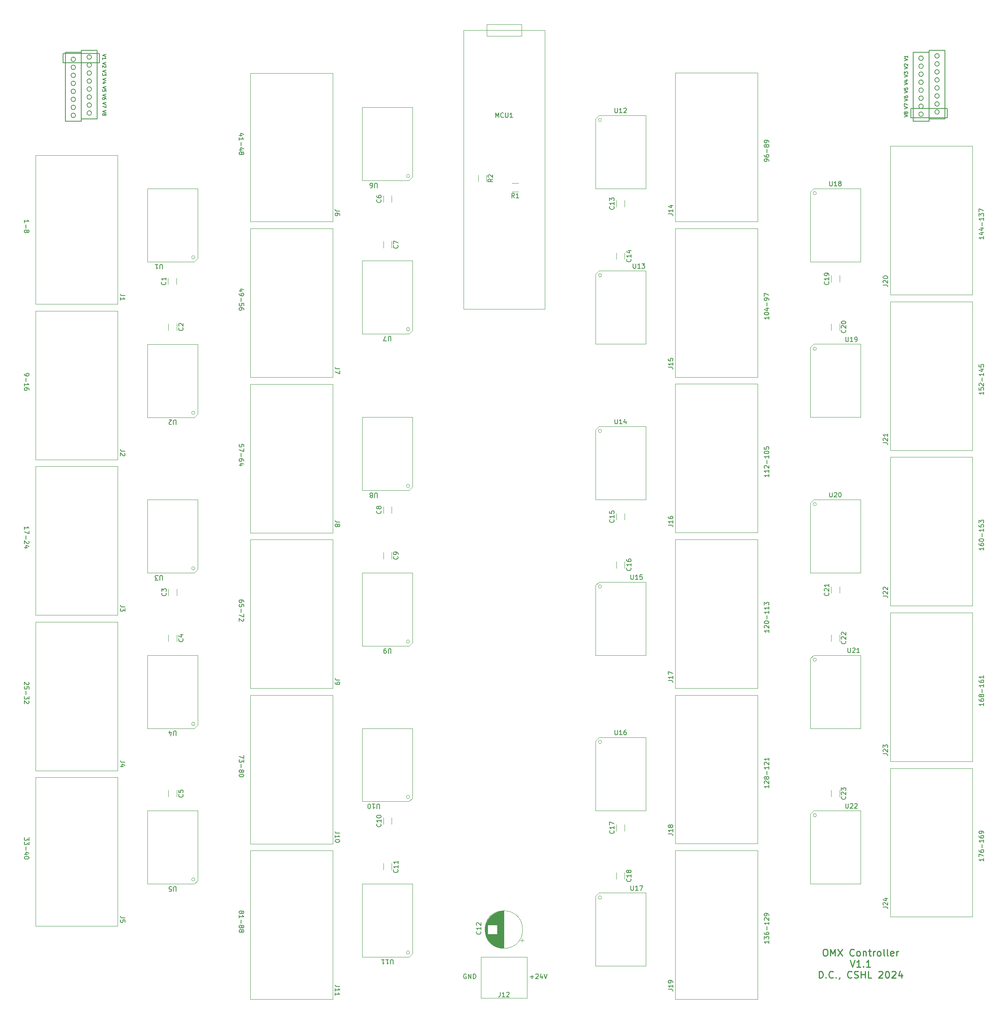
<source format=gbr>
%TF.GenerationSoftware,KiCad,Pcbnew,(6.0.10)*%
%TF.CreationDate,2024-04-02T10:47:47-04:00*%
%TF.ProjectId,OM3Controller,4f4d3343-6f6e-4747-926f-6c6c65722e6b,rev?*%
%TF.SameCoordinates,Original*%
%TF.FileFunction,Legend,Top*%
%TF.FilePolarity,Positive*%
%FSLAX46Y46*%
G04 Gerber Fmt 4.6, Leading zero omitted, Abs format (unit mm)*
G04 Created by KiCad (PCBNEW (6.0.10)) date 2024-04-02 10:47:47*
%MOMM*%
%LPD*%
G01*
G04 APERTURE LIST*
%ADD10C,0.150000*%
%ADD11C,0.250000*%
%ADD12C,0.120000*%
G04 APERTURE END LIST*
D10*
X424250000Y-158500000D02*
G75*
G03*
X424250000Y-158500000I-500000J0D01*
G01*
X427750000Y-151000000D02*
G75*
G03*
X427750000Y-151000000I-500000J0D01*
G01*
X242250000Y-153000000D02*
G75*
G03*
X242250000Y-153000000I-500000J0D01*
G01*
X238750000Y-157000000D02*
G75*
G03*
X238750000Y-157000000I-500000J0D01*
G01*
X238750000Y-151750000D02*
G75*
G03*
X238750000Y-151750000I-500000J0D01*
G01*
X427750000Y-154500000D02*
G75*
G03*
X427750000Y-154500000I-500000J0D01*
G01*
X242250000Y-154750000D02*
G75*
G03*
X242250000Y-154750000I-500000J0D01*
G01*
X242250000Y-149500000D02*
G75*
G03*
X242250000Y-149500000I-500000J0D01*
G01*
X427750000Y-152750000D02*
G75*
G03*
X427750000Y-152750000I-500000J0D01*
G01*
X424250000Y-148000000D02*
G75*
G03*
X424250000Y-148000000I-500000J0D01*
G01*
X236500000Y-145000000D02*
X240000000Y-145000000D01*
X240000000Y-145000000D02*
X240000000Y-160000000D01*
X240000000Y-160000000D02*
X236500000Y-160000000D01*
X236500000Y-160000000D02*
X236500000Y-145000000D01*
X242250000Y-156500000D02*
G75*
G03*
X242250000Y-156500000I-500000J0D01*
G01*
X424250000Y-155000000D02*
G75*
G03*
X424250000Y-155000000I-500000J0D01*
G01*
X421500000Y-159250000D02*
X429500000Y-159250000D01*
X429500000Y-159250000D02*
X429500000Y-157250000D01*
X429500000Y-157250000D02*
X421500000Y-157250000D01*
X421500000Y-157250000D02*
X421500000Y-159250000D01*
X424250000Y-146250000D02*
G75*
G03*
X424250000Y-146250000I-500000J0D01*
G01*
X242250000Y-146000000D02*
G75*
G03*
X242250000Y-146000000I-500000J0D01*
G01*
X238750000Y-150000000D02*
G75*
G03*
X238750000Y-150000000I-500000J0D01*
G01*
X242250000Y-151250000D02*
G75*
G03*
X242250000Y-151250000I-500000J0D01*
G01*
X425500000Y-160000000D02*
X422000000Y-160000000D01*
X422000000Y-160000000D02*
X422000000Y-145000000D01*
X422000000Y-145000000D02*
X425500000Y-145000000D01*
X425500000Y-145000000D02*
X425500000Y-160000000D01*
X242250000Y-147750000D02*
G75*
G03*
X242250000Y-147750000I-500000J0D01*
G01*
X427750000Y-158000000D02*
G75*
G03*
X427750000Y-158000000I-500000J0D01*
G01*
X424250000Y-149750000D02*
G75*
G03*
X424250000Y-149750000I-500000J0D01*
G01*
X424250000Y-151500000D02*
G75*
G03*
X424250000Y-151500000I-500000J0D01*
G01*
X242250000Y-158250000D02*
G75*
G03*
X242250000Y-158250000I-500000J0D01*
G01*
X238750000Y-146500000D02*
G75*
G03*
X238750000Y-146500000I-500000J0D01*
G01*
X424250000Y-153250000D02*
G75*
G03*
X424250000Y-153250000I-500000J0D01*
G01*
X427750000Y-147500000D02*
G75*
G03*
X427750000Y-147500000I-500000J0D01*
G01*
X238750000Y-158750000D02*
G75*
G03*
X238750000Y-158750000I-500000J0D01*
G01*
X427750000Y-145750000D02*
G75*
G03*
X427750000Y-145750000I-500000J0D01*
G01*
X238750000Y-155250000D02*
G75*
G03*
X238750000Y-155250000I-500000J0D01*
G01*
X238750000Y-153500000D02*
G75*
G03*
X238750000Y-153500000I-500000J0D01*
G01*
X238750000Y-148250000D02*
G75*
G03*
X238750000Y-148250000I-500000J0D01*
G01*
X427750000Y-156250000D02*
G75*
G03*
X427750000Y-156250000I-500000J0D01*
G01*
X244000000Y-145250000D02*
X236000000Y-145250000D01*
X236000000Y-145250000D02*
X236000000Y-147250000D01*
X236000000Y-147250000D02*
X244000000Y-147250000D01*
X244000000Y-147250000D02*
X244000000Y-145250000D01*
X424250000Y-156750000D02*
G75*
G03*
X424250000Y-156750000I-500000J0D01*
G01*
X427750000Y-149250000D02*
G75*
G03*
X427750000Y-149250000I-500000J0D01*
G01*
X429000000Y-159500000D02*
X425500000Y-159500000D01*
X425500000Y-159500000D02*
X425500000Y-144500000D01*
X425500000Y-144500000D02*
X429000000Y-144500000D01*
X429000000Y-144500000D02*
X429000000Y-159500000D01*
X240000000Y-144500000D02*
X243500000Y-144500000D01*
X243500000Y-144500000D02*
X243500000Y-159500000D01*
X243500000Y-159500000D02*
X240000000Y-159500000D01*
X240000000Y-159500000D02*
X240000000Y-144500000D01*
X420089285Y-152107142D02*
X420839285Y-151857142D01*
X420089285Y-151607142D01*
X420339285Y-151035714D02*
X420839285Y-151035714D01*
X420053571Y-151214285D02*
X420589285Y-151392857D01*
X420589285Y-150928571D01*
X420089285Y-159107142D02*
X420839285Y-158857142D01*
X420089285Y-158607142D01*
X420410714Y-158250000D02*
X420375000Y-158321428D01*
X420339285Y-158357142D01*
X420267857Y-158392857D01*
X420232142Y-158392857D01*
X420160714Y-158357142D01*
X420125000Y-158321428D01*
X420089285Y-158250000D01*
X420089285Y-158107142D01*
X420125000Y-158035714D01*
X420160714Y-158000000D01*
X420232142Y-157964285D01*
X420267857Y-157964285D01*
X420339285Y-158000000D01*
X420375000Y-158035714D01*
X420410714Y-158107142D01*
X420410714Y-158250000D01*
X420446428Y-158321428D01*
X420482142Y-158357142D01*
X420553571Y-158392857D01*
X420696428Y-158392857D01*
X420767857Y-158357142D01*
X420803571Y-158321428D01*
X420839285Y-158250000D01*
X420839285Y-158107142D01*
X420803571Y-158035714D01*
X420767857Y-158000000D01*
X420696428Y-157964285D01*
X420553571Y-157964285D01*
X420482142Y-158000000D01*
X420446428Y-158035714D01*
X420410714Y-158107142D01*
X420089285Y-155607142D02*
X420839285Y-155357142D01*
X420089285Y-155107142D01*
X420089285Y-154535714D02*
X420089285Y-154678571D01*
X420125000Y-154750000D01*
X420160714Y-154785714D01*
X420267857Y-154857142D01*
X420410714Y-154892857D01*
X420696428Y-154892857D01*
X420767857Y-154857142D01*
X420803571Y-154821428D01*
X420839285Y-154750000D01*
X420839285Y-154607142D01*
X420803571Y-154535714D01*
X420767857Y-154500000D01*
X420696428Y-154464285D01*
X420517857Y-154464285D01*
X420446428Y-154500000D01*
X420410714Y-154535714D01*
X420375000Y-154607142D01*
X420375000Y-154750000D01*
X420410714Y-154821428D01*
X420446428Y-154857142D01*
X420517857Y-154892857D01*
X245410714Y-152392857D02*
X244660714Y-152642857D01*
X245410714Y-152892857D01*
X245410714Y-153500000D02*
X245410714Y-153142857D01*
X245053571Y-153107142D01*
X245089285Y-153142857D01*
X245125000Y-153214285D01*
X245125000Y-153392857D01*
X245089285Y-153464285D01*
X245053571Y-153500000D01*
X244982142Y-153535714D01*
X244803571Y-153535714D01*
X244732142Y-153500000D01*
X244696428Y-153464285D01*
X244660714Y-153392857D01*
X244660714Y-153214285D01*
X244696428Y-153142857D01*
X244732142Y-153107142D01*
X420089285Y-150357142D02*
X420839285Y-150107142D01*
X420089285Y-149857142D01*
X420089285Y-149678571D02*
X420089285Y-149214285D01*
X420375000Y-149464285D01*
X420375000Y-149357142D01*
X420410714Y-149285714D01*
X420446428Y-149250000D01*
X420517857Y-149214285D01*
X420696428Y-149214285D01*
X420767857Y-149250000D01*
X420803571Y-149285714D01*
X420839285Y-149357142D01*
X420839285Y-149571428D01*
X420803571Y-149642857D01*
X420767857Y-149678571D01*
X420089285Y-157357142D02*
X420839285Y-157107142D01*
X420089285Y-156857142D01*
X420089285Y-156678571D02*
X420089285Y-156178571D01*
X420839285Y-156500000D01*
X338238095Y-347071428D02*
X339000000Y-347071428D01*
X338619047Y-347452380D02*
X338619047Y-346690476D01*
X339428571Y-346547619D02*
X339476190Y-346500000D01*
X339571428Y-346452380D01*
X339809523Y-346452380D01*
X339904761Y-346500000D01*
X339952380Y-346547619D01*
X340000000Y-346642857D01*
X340000000Y-346738095D01*
X339952380Y-346880952D01*
X339380952Y-347452380D01*
X340000000Y-347452380D01*
X340857142Y-346785714D02*
X340857142Y-347452380D01*
X340619047Y-346404761D02*
X340380952Y-347119047D01*
X341000000Y-347119047D01*
X341238095Y-346452380D02*
X341571428Y-347452380D01*
X341904761Y-346452380D01*
X420089285Y-153857142D02*
X420839285Y-153607142D01*
X420089285Y-153357142D01*
X420089285Y-152750000D02*
X420089285Y-153107142D01*
X420446428Y-153142857D01*
X420410714Y-153107142D01*
X420375000Y-153035714D01*
X420375000Y-152857142D01*
X420410714Y-152785714D01*
X420446428Y-152750000D01*
X420517857Y-152714285D01*
X420696428Y-152714285D01*
X420767857Y-152750000D01*
X420803571Y-152785714D01*
X420839285Y-152857142D01*
X420839285Y-153035714D01*
X420803571Y-153107142D01*
X420767857Y-153142857D01*
X324238095Y-346500000D02*
X324142857Y-346452380D01*
X324000000Y-346452380D01*
X323857142Y-346500000D01*
X323761904Y-346595238D01*
X323714285Y-346690476D01*
X323666666Y-346880952D01*
X323666666Y-347023809D01*
X323714285Y-347214285D01*
X323761904Y-347309523D01*
X323857142Y-347404761D01*
X324000000Y-347452380D01*
X324095238Y-347452380D01*
X324238095Y-347404761D01*
X324285714Y-347357142D01*
X324285714Y-347023809D01*
X324095238Y-347023809D01*
X324714285Y-347452380D02*
X324714285Y-346452380D01*
X325285714Y-347452380D01*
X325285714Y-346452380D01*
X325761904Y-347452380D02*
X325761904Y-346452380D01*
X326000000Y-346452380D01*
X326142857Y-346500000D01*
X326238095Y-346595238D01*
X326285714Y-346690476D01*
X326333333Y-346880952D01*
X326333333Y-347023809D01*
X326285714Y-347214285D01*
X326238095Y-347309523D01*
X326142857Y-347404761D01*
X326000000Y-347452380D01*
X325761904Y-347452380D01*
X245410714Y-154142857D02*
X244660714Y-154392857D01*
X245410714Y-154642857D01*
X245410714Y-155214285D02*
X245410714Y-155071428D01*
X245375000Y-155000000D01*
X245339285Y-154964285D01*
X245232142Y-154892857D01*
X245089285Y-154857142D01*
X244803571Y-154857142D01*
X244732142Y-154892857D01*
X244696428Y-154928571D01*
X244660714Y-155000000D01*
X244660714Y-155142857D01*
X244696428Y-155214285D01*
X244732142Y-155250000D01*
X244803571Y-155285714D01*
X244982142Y-155285714D01*
X245053571Y-155250000D01*
X245089285Y-155214285D01*
X245125000Y-155142857D01*
X245125000Y-155000000D01*
X245089285Y-154928571D01*
X245053571Y-154892857D01*
X244982142Y-154857142D01*
X420089285Y-146857142D02*
X420839285Y-146607142D01*
X420089285Y-146357142D01*
X420839285Y-145714285D02*
X420839285Y-146142857D01*
X420839285Y-145928571D02*
X420089285Y-145928571D01*
X420196428Y-146000000D01*
X420267857Y-146071428D01*
X420303571Y-146142857D01*
X245410714Y-145392857D02*
X244660714Y-145642857D01*
X245410714Y-145892857D01*
X244660714Y-146535714D02*
X244660714Y-146107142D01*
X244660714Y-146321428D02*
X245410714Y-146321428D01*
X245303571Y-146250000D01*
X245232142Y-146178571D01*
X245196428Y-146107142D01*
X245410714Y-150642857D02*
X244660714Y-150892857D01*
X245410714Y-151142857D01*
X245160714Y-151714285D02*
X244660714Y-151714285D01*
X245446428Y-151535714D02*
X244910714Y-151357142D01*
X244910714Y-151821428D01*
X420089285Y-148607142D02*
X420839285Y-148357142D01*
X420089285Y-148107142D01*
X420160714Y-147892857D02*
X420125000Y-147857142D01*
X420089285Y-147785714D01*
X420089285Y-147607142D01*
X420125000Y-147535714D01*
X420160714Y-147500000D01*
X420232142Y-147464285D01*
X420303571Y-147464285D01*
X420410714Y-147500000D01*
X420839285Y-147928571D01*
X420839285Y-147464285D01*
X245410714Y-147142857D02*
X244660714Y-147392857D01*
X245410714Y-147642857D01*
X245339285Y-147857142D02*
X245375000Y-147892857D01*
X245410714Y-147964285D01*
X245410714Y-148142857D01*
X245375000Y-148214285D01*
X245339285Y-148250000D01*
X245267857Y-148285714D01*
X245196428Y-148285714D01*
X245089285Y-148250000D01*
X244660714Y-147821428D01*
X244660714Y-148285714D01*
D11*
X402642857Y-341013571D02*
X402928571Y-341013571D01*
X403071428Y-341085000D01*
X403214285Y-341227857D01*
X403285714Y-341513571D01*
X403285714Y-342013571D01*
X403214285Y-342299285D01*
X403071428Y-342442142D01*
X402928571Y-342513571D01*
X402642857Y-342513571D01*
X402500000Y-342442142D01*
X402357142Y-342299285D01*
X402285714Y-342013571D01*
X402285714Y-341513571D01*
X402357142Y-341227857D01*
X402500000Y-341085000D01*
X402642857Y-341013571D01*
X403928571Y-342513571D02*
X403928571Y-341013571D01*
X404428571Y-342085000D01*
X404928571Y-341013571D01*
X404928571Y-342513571D01*
X405500000Y-341013571D02*
X406500000Y-342513571D01*
X406500000Y-341013571D02*
X405500000Y-342513571D01*
X409071428Y-342370714D02*
X409000000Y-342442142D01*
X408785714Y-342513571D01*
X408642857Y-342513571D01*
X408428571Y-342442142D01*
X408285714Y-342299285D01*
X408214285Y-342156428D01*
X408142857Y-341870714D01*
X408142857Y-341656428D01*
X408214285Y-341370714D01*
X408285714Y-341227857D01*
X408428571Y-341085000D01*
X408642857Y-341013571D01*
X408785714Y-341013571D01*
X409000000Y-341085000D01*
X409071428Y-341156428D01*
X409928571Y-342513571D02*
X409785714Y-342442142D01*
X409714285Y-342370714D01*
X409642857Y-342227857D01*
X409642857Y-341799285D01*
X409714285Y-341656428D01*
X409785714Y-341585000D01*
X409928571Y-341513571D01*
X410142857Y-341513571D01*
X410285714Y-341585000D01*
X410357142Y-341656428D01*
X410428571Y-341799285D01*
X410428571Y-342227857D01*
X410357142Y-342370714D01*
X410285714Y-342442142D01*
X410142857Y-342513571D01*
X409928571Y-342513571D01*
X411071428Y-341513571D02*
X411071428Y-342513571D01*
X411071428Y-341656428D02*
X411142857Y-341585000D01*
X411285714Y-341513571D01*
X411500000Y-341513571D01*
X411642857Y-341585000D01*
X411714285Y-341727857D01*
X411714285Y-342513571D01*
X412214285Y-341513571D02*
X412785714Y-341513571D01*
X412428571Y-341013571D02*
X412428571Y-342299285D01*
X412500000Y-342442142D01*
X412642857Y-342513571D01*
X412785714Y-342513571D01*
X413285714Y-342513571D02*
X413285714Y-341513571D01*
X413285714Y-341799285D02*
X413357142Y-341656428D01*
X413428571Y-341585000D01*
X413571428Y-341513571D01*
X413714285Y-341513571D01*
X414428571Y-342513571D02*
X414285714Y-342442142D01*
X414214285Y-342370714D01*
X414142857Y-342227857D01*
X414142857Y-341799285D01*
X414214285Y-341656428D01*
X414285714Y-341585000D01*
X414428571Y-341513571D01*
X414642857Y-341513571D01*
X414785714Y-341585000D01*
X414857142Y-341656428D01*
X414928571Y-341799285D01*
X414928571Y-342227857D01*
X414857142Y-342370714D01*
X414785714Y-342442142D01*
X414642857Y-342513571D01*
X414428571Y-342513571D01*
X415785714Y-342513571D02*
X415642857Y-342442142D01*
X415571428Y-342299285D01*
X415571428Y-341013571D01*
X416571428Y-342513571D02*
X416428571Y-342442142D01*
X416357142Y-342299285D01*
X416357142Y-341013571D01*
X417714285Y-342442142D02*
X417571428Y-342513571D01*
X417285714Y-342513571D01*
X417142857Y-342442142D01*
X417071428Y-342299285D01*
X417071428Y-341727857D01*
X417142857Y-341585000D01*
X417285714Y-341513571D01*
X417571428Y-341513571D01*
X417714285Y-341585000D01*
X417785714Y-341727857D01*
X417785714Y-341870714D01*
X417071428Y-342013571D01*
X418428571Y-342513571D02*
X418428571Y-341513571D01*
X418428571Y-341799285D02*
X418500000Y-341656428D01*
X418571428Y-341585000D01*
X418714285Y-341513571D01*
X418857142Y-341513571D01*
X408214285Y-343428571D02*
X408714285Y-344928571D01*
X409214285Y-343428571D01*
X410500000Y-344928571D02*
X409642857Y-344928571D01*
X410071428Y-344928571D02*
X410071428Y-343428571D01*
X409928571Y-343642857D01*
X409785714Y-343785714D01*
X409642857Y-343857142D01*
X411142857Y-344785714D02*
X411214285Y-344857142D01*
X411142857Y-344928571D01*
X411071428Y-344857142D01*
X411142857Y-344785714D01*
X411142857Y-344928571D01*
X412642857Y-344928571D02*
X411785714Y-344928571D01*
X412214285Y-344928571D02*
X412214285Y-343428571D01*
X412071428Y-343642857D01*
X411928571Y-343785714D01*
X411785714Y-343857142D01*
X401428571Y-347343571D02*
X401428571Y-345843571D01*
X401785714Y-345843571D01*
X402000000Y-345915000D01*
X402142857Y-346057857D01*
X402214285Y-346200714D01*
X402285714Y-346486428D01*
X402285714Y-346700714D01*
X402214285Y-346986428D01*
X402142857Y-347129285D01*
X402000000Y-347272142D01*
X401785714Y-347343571D01*
X401428571Y-347343571D01*
X402928571Y-347200714D02*
X403000000Y-347272142D01*
X402928571Y-347343571D01*
X402857142Y-347272142D01*
X402928571Y-347200714D01*
X402928571Y-347343571D01*
X404500000Y-347200714D02*
X404428571Y-347272142D01*
X404214285Y-347343571D01*
X404071428Y-347343571D01*
X403857142Y-347272142D01*
X403714285Y-347129285D01*
X403642857Y-346986428D01*
X403571428Y-346700714D01*
X403571428Y-346486428D01*
X403642857Y-346200714D01*
X403714285Y-346057857D01*
X403857142Y-345915000D01*
X404071428Y-345843571D01*
X404214285Y-345843571D01*
X404428571Y-345915000D01*
X404500000Y-345986428D01*
X405142857Y-347200714D02*
X405214285Y-347272142D01*
X405142857Y-347343571D01*
X405071428Y-347272142D01*
X405142857Y-347200714D01*
X405142857Y-347343571D01*
X405928571Y-347272142D02*
X405928571Y-347343571D01*
X405857142Y-347486428D01*
X405785714Y-347557857D01*
X408571428Y-347200714D02*
X408500000Y-347272142D01*
X408285714Y-347343571D01*
X408142857Y-347343571D01*
X407928571Y-347272142D01*
X407785714Y-347129285D01*
X407714285Y-346986428D01*
X407642857Y-346700714D01*
X407642857Y-346486428D01*
X407714285Y-346200714D01*
X407785714Y-346057857D01*
X407928571Y-345915000D01*
X408142857Y-345843571D01*
X408285714Y-345843571D01*
X408500000Y-345915000D01*
X408571428Y-345986428D01*
X409142857Y-347272142D02*
X409357142Y-347343571D01*
X409714285Y-347343571D01*
X409857142Y-347272142D01*
X409928571Y-347200714D01*
X410000000Y-347057857D01*
X410000000Y-346915000D01*
X409928571Y-346772142D01*
X409857142Y-346700714D01*
X409714285Y-346629285D01*
X409428571Y-346557857D01*
X409285714Y-346486428D01*
X409214285Y-346415000D01*
X409142857Y-346272142D01*
X409142857Y-346129285D01*
X409214285Y-345986428D01*
X409285714Y-345915000D01*
X409428571Y-345843571D01*
X409785714Y-345843571D01*
X410000000Y-345915000D01*
X410642857Y-347343571D02*
X410642857Y-345843571D01*
X410642857Y-346557857D02*
X411500000Y-346557857D01*
X411500000Y-347343571D02*
X411500000Y-345843571D01*
X412928571Y-347343571D02*
X412214285Y-347343571D01*
X412214285Y-345843571D01*
X414500000Y-345986428D02*
X414571428Y-345915000D01*
X414714285Y-345843571D01*
X415071428Y-345843571D01*
X415214285Y-345915000D01*
X415285714Y-345986428D01*
X415357142Y-346129285D01*
X415357142Y-346272142D01*
X415285714Y-346486428D01*
X414428571Y-347343571D01*
X415357142Y-347343571D01*
X416285714Y-345843571D02*
X416428571Y-345843571D01*
X416571428Y-345915000D01*
X416642857Y-345986428D01*
X416714285Y-346129285D01*
X416785714Y-346415000D01*
X416785714Y-346772142D01*
X416714285Y-347057857D01*
X416642857Y-347200714D01*
X416571428Y-347272142D01*
X416428571Y-347343571D01*
X416285714Y-347343571D01*
X416142857Y-347272142D01*
X416071428Y-347200714D01*
X416000000Y-347057857D01*
X415928571Y-346772142D01*
X415928571Y-346415000D01*
X416000000Y-346129285D01*
X416071428Y-345986428D01*
X416142857Y-345915000D01*
X416285714Y-345843571D01*
X417357142Y-345986428D02*
X417428571Y-345915000D01*
X417571428Y-345843571D01*
X417928571Y-345843571D01*
X418071428Y-345915000D01*
X418142857Y-345986428D01*
X418214285Y-346129285D01*
X418214285Y-346272142D01*
X418142857Y-346486428D01*
X417285714Y-347343571D01*
X418214285Y-347343571D01*
X419500000Y-346343571D02*
X419500000Y-347343571D01*
X419142857Y-345772142D02*
X418785714Y-346843571D01*
X419714285Y-346843571D01*
D10*
X245410714Y-155892857D02*
X244660714Y-156142857D01*
X245410714Y-156392857D01*
X245410714Y-156571428D02*
X245410714Y-157071428D01*
X244660714Y-156750000D01*
X245410714Y-148892857D02*
X244660714Y-149142857D01*
X245410714Y-149392857D01*
X245410714Y-149571428D02*
X245410714Y-150035714D01*
X245125000Y-149785714D01*
X245125000Y-149892857D01*
X245089285Y-149964285D01*
X245053571Y-150000000D01*
X244982142Y-150035714D01*
X244803571Y-150035714D01*
X244732142Y-150000000D01*
X244696428Y-149964285D01*
X244660714Y-149892857D01*
X244660714Y-149678571D01*
X244696428Y-149607142D01*
X244732142Y-149571428D01*
X245410714Y-157642857D02*
X244660714Y-157892857D01*
X245410714Y-158142857D01*
X245089285Y-158500000D02*
X245125000Y-158428571D01*
X245160714Y-158392857D01*
X245232142Y-158357142D01*
X245267857Y-158357142D01*
X245339285Y-158392857D01*
X245375000Y-158428571D01*
X245410714Y-158500000D01*
X245410714Y-158642857D01*
X245375000Y-158714285D01*
X245339285Y-158750000D01*
X245267857Y-158785714D01*
X245232142Y-158785714D01*
X245160714Y-158750000D01*
X245125000Y-158714285D01*
X245089285Y-158642857D01*
X245089285Y-158500000D01*
X245053571Y-158428571D01*
X245017857Y-158392857D01*
X244946428Y-158357142D01*
X244803571Y-158357142D01*
X244732142Y-158392857D01*
X244696428Y-158428571D01*
X244660714Y-158500000D01*
X244660714Y-158642857D01*
X244696428Y-158714285D01*
X244732142Y-158750000D01*
X244803571Y-158785714D01*
X244946428Y-158785714D01*
X245017857Y-158750000D01*
X245053571Y-158714285D01*
X245089285Y-158642857D01*
%TO.C,J21*%
X415452380Y-230309523D02*
X416166666Y-230309523D01*
X416309523Y-230357142D01*
X416404761Y-230452380D01*
X416452380Y-230595238D01*
X416452380Y-230690476D01*
X415547619Y-229880952D02*
X415500000Y-229833333D01*
X415452380Y-229738095D01*
X415452380Y-229500000D01*
X415500000Y-229404761D01*
X415547619Y-229357142D01*
X415642857Y-229309523D01*
X415738095Y-229309523D01*
X415880952Y-229357142D01*
X416452380Y-229928571D01*
X416452380Y-229309523D01*
X416452380Y-228357142D02*
X416452380Y-228928571D01*
X416452380Y-228642857D02*
X415452380Y-228642857D01*
X415595238Y-228738095D01*
X415690476Y-228833333D01*
X415738095Y-228928571D01*
X437452380Y-219189285D02*
X437452380Y-219760714D01*
X437452380Y-219475000D02*
X436452380Y-219475000D01*
X436595238Y-219570238D01*
X436690476Y-219665476D01*
X436738095Y-219760714D01*
X436452380Y-218284523D02*
X436452380Y-218760714D01*
X436928571Y-218808333D01*
X436880952Y-218760714D01*
X436833333Y-218665476D01*
X436833333Y-218427380D01*
X436880952Y-218332142D01*
X436928571Y-218284523D01*
X437023809Y-218236904D01*
X437261904Y-218236904D01*
X437357142Y-218284523D01*
X437404761Y-218332142D01*
X437452380Y-218427380D01*
X437452380Y-218665476D01*
X437404761Y-218760714D01*
X437357142Y-218808333D01*
X436547619Y-217855952D02*
X436500000Y-217808333D01*
X436452380Y-217713095D01*
X436452380Y-217475000D01*
X436500000Y-217379761D01*
X436547619Y-217332142D01*
X436642857Y-217284523D01*
X436738095Y-217284523D01*
X436880952Y-217332142D01*
X437452380Y-217903571D01*
X437452380Y-217284523D01*
X437071428Y-216855952D02*
X437071428Y-216094047D01*
X437452380Y-215094047D02*
X437452380Y-215665476D01*
X437452380Y-215379761D02*
X436452380Y-215379761D01*
X436595238Y-215475000D01*
X436690476Y-215570238D01*
X436738095Y-215665476D01*
X436785714Y-214236904D02*
X437452380Y-214236904D01*
X436404761Y-214475000D02*
X437119047Y-214713095D01*
X437119047Y-214094047D01*
X436452380Y-213236904D02*
X436452380Y-213713095D01*
X436928571Y-213760714D01*
X436880952Y-213713095D01*
X436833333Y-213617857D01*
X436833333Y-213379761D01*
X436880952Y-213284523D01*
X436928571Y-213236904D01*
X437023809Y-213189285D01*
X437261904Y-213189285D01*
X437357142Y-213236904D01*
X437404761Y-213284523D01*
X437452380Y-213379761D01*
X437452380Y-213617857D01*
X437404761Y-213713095D01*
X437357142Y-213760714D01*
%TO.C,J3*%
X249547619Y-266166666D02*
X248833333Y-266166666D01*
X248690476Y-266119047D01*
X248595238Y-266023809D01*
X248547619Y-265880952D01*
X248547619Y-265785714D01*
X249547619Y-266547619D02*
X249547619Y-267166666D01*
X249166666Y-266833333D01*
X249166666Y-266976190D01*
X249119047Y-267071428D01*
X249071428Y-267119047D01*
X248976190Y-267166666D01*
X248738095Y-267166666D01*
X248642857Y-267119047D01*
X248595238Y-267071428D01*
X248547619Y-266976190D01*
X248547619Y-266690476D01*
X248595238Y-266595238D01*
X248642857Y-266547619D01*
X227547619Y-249238095D02*
X227547619Y-248666666D01*
X227547619Y-248952380D02*
X228547619Y-248952380D01*
X228404761Y-248857142D01*
X228309523Y-248761904D01*
X228261904Y-248666666D01*
X228547619Y-249571428D02*
X228547619Y-250238095D01*
X227547619Y-249809523D01*
X227928571Y-250619047D02*
X227928571Y-251380952D01*
X228452380Y-251809523D02*
X228500000Y-251857142D01*
X228547619Y-251952380D01*
X228547619Y-252190476D01*
X228500000Y-252285714D01*
X228452380Y-252333333D01*
X228357142Y-252380952D01*
X228261904Y-252380952D01*
X228119047Y-252333333D01*
X227547619Y-251761904D01*
X227547619Y-252380952D01*
X228214285Y-253238095D02*
X227547619Y-253238095D01*
X228595238Y-253000000D02*
X227880952Y-252761904D01*
X227880952Y-253380952D01*
%TO.C,U2*%
X260761904Y-226332619D02*
X260761904Y-225523095D01*
X260714285Y-225427857D01*
X260666666Y-225380238D01*
X260571428Y-225332619D01*
X260380952Y-225332619D01*
X260285714Y-225380238D01*
X260238095Y-225427857D01*
X260190476Y-225523095D01*
X260190476Y-226332619D01*
X259761904Y-226237380D02*
X259714285Y-226285000D01*
X259619047Y-226332619D01*
X259380952Y-226332619D01*
X259285714Y-226285000D01*
X259238095Y-226237380D01*
X259190476Y-226142142D01*
X259190476Y-226046904D01*
X259238095Y-225904047D01*
X259809523Y-225332619D01*
X259190476Y-225332619D01*
%TO.C,U19*%
X407261904Y-207192380D02*
X407261904Y-208001904D01*
X407309523Y-208097142D01*
X407357142Y-208144761D01*
X407452380Y-208192380D01*
X407642857Y-208192380D01*
X407738095Y-208144761D01*
X407785714Y-208097142D01*
X407833333Y-208001904D01*
X407833333Y-207192380D01*
X408833333Y-208192380D02*
X408261904Y-208192380D01*
X408547619Y-208192380D02*
X408547619Y-207192380D01*
X408452380Y-207335238D01*
X408357142Y-207430476D01*
X408261904Y-207478095D01*
X409309523Y-208192380D02*
X409500000Y-208192380D01*
X409595238Y-208144761D01*
X409642857Y-208097142D01*
X409738095Y-207954285D01*
X409785714Y-207763809D01*
X409785714Y-207382857D01*
X409738095Y-207287619D01*
X409690476Y-207240000D01*
X409595238Y-207192380D01*
X409404761Y-207192380D01*
X409309523Y-207240000D01*
X409261904Y-207287619D01*
X409214285Y-207382857D01*
X409214285Y-207620952D01*
X409261904Y-207716190D01*
X409309523Y-207763809D01*
X409404761Y-207811428D01*
X409595238Y-207811428D01*
X409690476Y-207763809D01*
X409738095Y-207716190D01*
X409785714Y-207620952D01*
%TO.C,J18*%
X368452380Y-315809523D02*
X369166666Y-315809523D01*
X369309523Y-315857142D01*
X369404761Y-315952380D01*
X369452380Y-316095238D01*
X369452380Y-316190476D01*
X369452380Y-314809523D02*
X369452380Y-315380952D01*
X369452380Y-315095238D02*
X368452380Y-315095238D01*
X368595238Y-315190476D01*
X368690476Y-315285714D01*
X368738095Y-315380952D01*
X368880952Y-314238095D02*
X368833333Y-314333333D01*
X368785714Y-314380952D01*
X368690476Y-314428571D01*
X368642857Y-314428571D01*
X368547619Y-314380952D01*
X368500000Y-314333333D01*
X368452380Y-314238095D01*
X368452380Y-314047619D01*
X368500000Y-313952380D01*
X368547619Y-313904761D01*
X368642857Y-313857142D01*
X368690476Y-313857142D01*
X368785714Y-313904761D01*
X368833333Y-313952380D01*
X368880952Y-314047619D01*
X368880952Y-314238095D01*
X368928571Y-314333333D01*
X368976190Y-314380952D01*
X369071428Y-314428571D01*
X369261904Y-314428571D01*
X369357142Y-314380952D01*
X369404761Y-314333333D01*
X369452380Y-314238095D01*
X369452380Y-314047619D01*
X369404761Y-313952380D01*
X369357142Y-313904761D01*
X369261904Y-313857142D01*
X369071428Y-313857142D01*
X368976190Y-313904761D01*
X368928571Y-313952380D01*
X368880952Y-314047619D01*
X390452380Y-305189285D02*
X390452380Y-305760714D01*
X390452380Y-305475000D02*
X389452380Y-305475000D01*
X389595238Y-305570238D01*
X389690476Y-305665476D01*
X389738095Y-305760714D01*
X389547619Y-304808333D02*
X389500000Y-304760714D01*
X389452380Y-304665476D01*
X389452380Y-304427380D01*
X389500000Y-304332142D01*
X389547619Y-304284523D01*
X389642857Y-304236904D01*
X389738095Y-304236904D01*
X389880952Y-304284523D01*
X390452380Y-304855952D01*
X390452380Y-304236904D01*
X389880952Y-303665476D02*
X389833333Y-303760714D01*
X389785714Y-303808333D01*
X389690476Y-303855952D01*
X389642857Y-303855952D01*
X389547619Y-303808333D01*
X389500000Y-303760714D01*
X389452380Y-303665476D01*
X389452380Y-303475000D01*
X389500000Y-303379761D01*
X389547619Y-303332142D01*
X389642857Y-303284523D01*
X389690476Y-303284523D01*
X389785714Y-303332142D01*
X389833333Y-303379761D01*
X389880952Y-303475000D01*
X389880952Y-303665476D01*
X389928571Y-303760714D01*
X389976190Y-303808333D01*
X390071428Y-303855952D01*
X390261904Y-303855952D01*
X390357142Y-303808333D01*
X390404761Y-303760714D01*
X390452380Y-303665476D01*
X390452380Y-303475000D01*
X390404761Y-303379761D01*
X390357142Y-303332142D01*
X390261904Y-303284523D01*
X390071428Y-303284523D01*
X389976190Y-303332142D01*
X389928571Y-303379761D01*
X389880952Y-303475000D01*
X390071428Y-302855952D02*
X390071428Y-302094047D01*
X390452380Y-301094047D02*
X390452380Y-301665476D01*
X390452380Y-301379761D02*
X389452380Y-301379761D01*
X389595238Y-301475000D01*
X389690476Y-301570238D01*
X389738095Y-301665476D01*
X389547619Y-300713095D02*
X389500000Y-300665476D01*
X389452380Y-300570238D01*
X389452380Y-300332142D01*
X389500000Y-300236904D01*
X389547619Y-300189285D01*
X389642857Y-300141666D01*
X389738095Y-300141666D01*
X389880952Y-300189285D01*
X390452380Y-300760714D01*
X390452380Y-300141666D01*
X390452380Y-299189285D02*
X390452380Y-299760714D01*
X390452380Y-299475000D02*
X389452380Y-299475000D01*
X389595238Y-299570238D01*
X389690476Y-299665476D01*
X389738095Y-299760714D01*
%TO.C,U8*%
X304761904Y-242307619D02*
X304761904Y-241498095D01*
X304714285Y-241402857D01*
X304666666Y-241355238D01*
X304571428Y-241307619D01*
X304380952Y-241307619D01*
X304285714Y-241355238D01*
X304238095Y-241402857D01*
X304190476Y-241498095D01*
X304190476Y-242307619D01*
X303571428Y-241879047D02*
X303666666Y-241926666D01*
X303714285Y-241974285D01*
X303761904Y-242069523D01*
X303761904Y-242117142D01*
X303714285Y-242212380D01*
X303666666Y-242260000D01*
X303571428Y-242307619D01*
X303380952Y-242307619D01*
X303285714Y-242260000D01*
X303238095Y-242212380D01*
X303190476Y-242117142D01*
X303190476Y-242069523D01*
X303238095Y-241974285D01*
X303285714Y-241926666D01*
X303380952Y-241879047D01*
X303571428Y-241879047D01*
X303666666Y-241831428D01*
X303714285Y-241783809D01*
X303761904Y-241688571D01*
X303761904Y-241498095D01*
X303714285Y-241402857D01*
X303666666Y-241355238D01*
X303571428Y-241307619D01*
X303380952Y-241307619D01*
X303285714Y-241355238D01*
X303238095Y-241402857D01*
X303190476Y-241498095D01*
X303190476Y-241688571D01*
X303238095Y-241783809D01*
X303285714Y-241831428D01*
X303380952Y-241879047D01*
%TO.C,J15*%
X368452380Y-213809523D02*
X369166666Y-213809523D01*
X369309523Y-213857142D01*
X369404761Y-213952380D01*
X369452380Y-214095238D01*
X369452380Y-214190476D01*
X369452380Y-212809523D02*
X369452380Y-213380952D01*
X369452380Y-213095238D02*
X368452380Y-213095238D01*
X368595238Y-213190476D01*
X368690476Y-213285714D01*
X368738095Y-213380952D01*
X368452380Y-211904761D02*
X368452380Y-212380952D01*
X368928571Y-212428571D01*
X368880952Y-212380952D01*
X368833333Y-212285714D01*
X368833333Y-212047619D01*
X368880952Y-211952380D01*
X368928571Y-211904761D01*
X369023809Y-211857142D01*
X369261904Y-211857142D01*
X369357142Y-211904761D01*
X369404761Y-211952380D01*
X369452380Y-212047619D01*
X369452380Y-212285714D01*
X369404761Y-212380952D01*
X369357142Y-212428571D01*
X390452380Y-202738095D02*
X390452380Y-203309523D01*
X390452380Y-203023809D02*
X389452380Y-203023809D01*
X389595238Y-203119047D01*
X389690476Y-203214285D01*
X389738095Y-203309523D01*
X389452380Y-202119047D02*
X389452380Y-202023809D01*
X389500000Y-201928571D01*
X389547619Y-201880952D01*
X389642857Y-201833333D01*
X389833333Y-201785714D01*
X390071428Y-201785714D01*
X390261904Y-201833333D01*
X390357142Y-201880952D01*
X390404761Y-201928571D01*
X390452380Y-202023809D01*
X390452380Y-202119047D01*
X390404761Y-202214285D01*
X390357142Y-202261904D01*
X390261904Y-202309523D01*
X390071428Y-202357142D01*
X389833333Y-202357142D01*
X389642857Y-202309523D01*
X389547619Y-202261904D01*
X389500000Y-202214285D01*
X389452380Y-202119047D01*
X389785714Y-200928571D02*
X390452380Y-200928571D01*
X389404761Y-201166666D02*
X390119047Y-201404761D01*
X390119047Y-200785714D01*
X390071428Y-200404761D02*
X390071428Y-199642857D01*
X390452380Y-199119047D02*
X390452380Y-198928571D01*
X390404761Y-198833333D01*
X390357142Y-198785714D01*
X390214285Y-198690476D01*
X390023809Y-198642857D01*
X389642857Y-198642857D01*
X389547619Y-198690476D01*
X389500000Y-198738095D01*
X389452380Y-198833333D01*
X389452380Y-199023809D01*
X389500000Y-199119047D01*
X389547619Y-199166666D01*
X389642857Y-199214285D01*
X389880952Y-199214285D01*
X389976190Y-199166666D01*
X390023809Y-199119047D01*
X390071428Y-199023809D01*
X390071428Y-198833333D01*
X390023809Y-198738095D01*
X389976190Y-198690476D01*
X389880952Y-198642857D01*
X389452380Y-198309523D02*
X389452380Y-197642857D01*
X390452380Y-198071428D01*
%TO.C,J9*%
X296547619Y-282166666D02*
X295833333Y-282166666D01*
X295690476Y-282119047D01*
X295595238Y-282023809D01*
X295547619Y-281880952D01*
X295547619Y-281785714D01*
X295547619Y-282690476D02*
X295547619Y-282880952D01*
X295595238Y-282976190D01*
X295642857Y-283023809D01*
X295785714Y-283119047D01*
X295976190Y-283166666D01*
X296357142Y-283166666D01*
X296452380Y-283119047D01*
X296500000Y-283071428D01*
X296547619Y-282976190D01*
X296547619Y-282785714D01*
X296500000Y-282690476D01*
X296452380Y-282642857D01*
X296357142Y-282595238D01*
X296119047Y-282595238D01*
X296023809Y-282642857D01*
X295976190Y-282690476D01*
X295928571Y-282785714D01*
X295928571Y-282976190D01*
X295976190Y-283071428D01*
X296023809Y-283119047D01*
X296119047Y-283166666D01*
X275547619Y-265142857D02*
X275547619Y-264952380D01*
X275500000Y-264857142D01*
X275452380Y-264809523D01*
X275309523Y-264714285D01*
X275119047Y-264666666D01*
X274738095Y-264666666D01*
X274642857Y-264714285D01*
X274595238Y-264761904D01*
X274547619Y-264857142D01*
X274547619Y-265047619D01*
X274595238Y-265142857D01*
X274642857Y-265190476D01*
X274738095Y-265238095D01*
X274976190Y-265238095D01*
X275071428Y-265190476D01*
X275119047Y-265142857D01*
X275166666Y-265047619D01*
X275166666Y-264857142D01*
X275119047Y-264761904D01*
X275071428Y-264714285D01*
X274976190Y-264666666D01*
X275547619Y-266142857D02*
X275547619Y-265666666D01*
X275071428Y-265619047D01*
X275119047Y-265666666D01*
X275166666Y-265761904D01*
X275166666Y-266000000D01*
X275119047Y-266095238D01*
X275071428Y-266142857D01*
X274976190Y-266190476D01*
X274738095Y-266190476D01*
X274642857Y-266142857D01*
X274595238Y-266095238D01*
X274547619Y-266000000D01*
X274547619Y-265761904D01*
X274595238Y-265666666D01*
X274642857Y-265619047D01*
X274928571Y-266619047D02*
X274928571Y-267380952D01*
X275547619Y-267761904D02*
X275547619Y-268428571D01*
X274547619Y-268000000D01*
X275452380Y-268761904D02*
X275500000Y-268809523D01*
X275547619Y-268904761D01*
X275547619Y-269142857D01*
X275500000Y-269238095D01*
X275452380Y-269285714D01*
X275357142Y-269333333D01*
X275261904Y-269333333D01*
X275119047Y-269285714D01*
X274547619Y-268714285D01*
X274547619Y-269333333D01*
%TO.C,J4*%
X249547619Y-300166666D02*
X248833333Y-300166666D01*
X248690476Y-300119047D01*
X248595238Y-300023809D01*
X248547619Y-299880952D01*
X248547619Y-299785714D01*
X249214285Y-301071428D02*
X248547619Y-301071428D01*
X249595238Y-300833333D02*
X248880952Y-300595238D01*
X248880952Y-301214285D01*
X228452380Y-282666666D02*
X228500000Y-282714285D01*
X228547619Y-282809523D01*
X228547619Y-283047619D01*
X228500000Y-283142857D01*
X228452380Y-283190476D01*
X228357142Y-283238095D01*
X228261904Y-283238095D01*
X228119047Y-283190476D01*
X227547619Y-282619047D01*
X227547619Y-283238095D01*
X228547619Y-284142857D02*
X228547619Y-283666666D01*
X228071428Y-283619047D01*
X228119047Y-283666666D01*
X228166666Y-283761904D01*
X228166666Y-284000000D01*
X228119047Y-284095238D01*
X228071428Y-284142857D01*
X227976190Y-284190476D01*
X227738095Y-284190476D01*
X227642857Y-284142857D01*
X227595238Y-284095238D01*
X227547619Y-284000000D01*
X227547619Y-283761904D01*
X227595238Y-283666666D01*
X227642857Y-283619047D01*
X227928571Y-284619047D02*
X227928571Y-285380952D01*
X228547619Y-285761904D02*
X228547619Y-286380952D01*
X228166666Y-286047619D01*
X228166666Y-286190476D01*
X228119047Y-286285714D01*
X228071428Y-286333333D01*
X227976190Y-286380952D01*
X227738095Y-286380952D01*
X227642857Y-286333333D01*
X227595238Y-286285714D01*
X227547619Y-286190476D01*
X227547619Y-285904761D01*
X227595238Y-285809523D01*
X227642857Y-285761904D01*
X228452380Y-286761904D02*
X228500000Y-286809523D01*
X228547619Y-286904761D01*
X228547619Y-287142857D01*
X228500000Y-287238095D01*
X228452380Y-287285714D01*
X228357142Y-287333333D01*
X228261904Y-287333333D01*
X228119047Y-287285714D01*
X227547619Y-286714285D01*
X227547619Y-287333333D01*
%TO.C,C7*%
X309207142Y-187166666D02*
X309254761Y-187214285D01*
X309302380Y-187357142D01*
X309302380Y-187452380D01*
X309254761Y-187595238D01*
X309159523Y-187690476D01*
X309064285Y-187738095D01*
X308873809Y-187785714D01*
X308730952Y-187785714D01*
X308540476Y-187738095D01*
X308445238Y-187690476D01*
X308350000Y-187595238D01*
X308302380Y-187452380D01*
X308302380Y-187357142D01*
X308350000Y-187214285D01*
X308397619Y-187166666D01*
X308302380Y-186833333D02*
X308302380Y-186166666D01*
X309302380Y-186595238D01*
%TO.C,C8*%
X305507142Y-245166666D02*
X305554761Y-245214285D01*
X305602380Y-245357142D01*
X305602380Y-245452380D01*
X305554761Y-245595238D01*
X305459523Y-245690476D01*
X305364285Y-245738095D01*
X305173809Y-245785714D01*
X305030952Y-245785714D01*
X304840476Y-245738095D01*
X304745238Y-245690476D01*
X304650000Y-245595238D01*
X304602380Y-245452380D01*
X304602380Y-245357142D01*
X304650000Y-245214285D01*
X304697619Y-245166666D01*
X305030952Y-244595238D02*
X304983333Y-244690476D01*
X304935714Y-244738095D01*
X304840476Y-244785714D01*
X304792857Y-244785714D01*
X304697619Y-244738095D01*
X304650000Y-244690476D01*
X304602380Y-244595238D01*
X304602380Y-244404761D01*
X304650000Y-244309523D01*
X304697619Y-244261904D01*
X304792857Y-244214285D01*
X304840476Y-244214285D01*
X304935714Y-244261904D01*
X304983333Y-244309523D01*
X305030952Y-244404761D01*
X305030952Y-244595238D01*
X305078571Y-244690476D01*
X305126190Y-244738095D01*
X305221428Y-244785714D01*
X305411904Y-244785714D01*
X305507142Y-244738095D01*
X305554761Y-244690476D01*
X305602380Y-244595238D01*
X305602380Y-244404761D01*
X305554761Y-244309523D01*
X305507142Y-244261904D01*
X305411904Y-244214285D01*
X305221428Y-244214285D01*
X305126190Y-244261904D01*
X305078571Y-244309523D01*
X305030952Y-244404761D01*
%TO.C,C22*%
X407207142Y-273642857D02*
X407254761Y-273690476D01*
X407302380Y-273833333D01*
X407302380Y-273928571D01*
X407254761Y-274071428D01*
X407159523Y-274166666D01*
X407064285Y-274214285D01*
X406873809Y-274261904D01*
X406730952Y-274261904D01*
X406540476Y-274214285D01*
X406445238Y-274166666D01*
X406350000Y-274071428D01*
X406302380Y-273928571D01*
X406302380Y-273833333D01*
X406350000Y-273690476D01*
X406397619Y-273642857D01*
X406397619Y-273261904D02*
X406350000Y-273214285D01*
X406302380Y-273119047D01*
X406302380Y-272880952D01*
X406350000Y-272785714D01*
X406397619Y-272738095D01*
X406492857Y-272690476D01*
X406588095Y-272690476D01*
X406730952Y-272738095D01*
X407302380Y-273309523D01*
X407302380Y-272690476D01*
X406397619Y-272309523D02*
X406350000Y-272261904D01*
X406302380Y-272166666D01*
X406302380Y-271928571D01*
X406350000Y-271833333D01*
X406397619Y-271785714D01*
X406492857Y-271738095D01*
X406588095Y-271738095D01*
X406730952Y-271785714D01*
X407302380Y-272357142D01*
X407302380Y-271738095D01*
%TO.C,U18*%
X403761904Y-173192380D02*
X403761904Y-174001904D01*
X403809523Y-174097142D01*
X403857142Y-174144761D01*
X403952380Y-174192380D01*
X404142857Y-174192380D01*
X404238095Y-174144761D01*
X404285714Y-174097142D01*
X404333333Y-174001904D01*
X404333333Y-173192380D01*
X405333333Y-174192380D02*
X404761904Y-174192380D01*
X405047619Y-174192380D02*
X405047619Y-173192380D01*
X404952380Y-173335238D01*
X404857142Y-173430476D01*
X404761904Y-173478095D01*
X405904761Y-173620952D02*
X405809523Y-173573333D01*
X405761904Y-173525714D01*
X405714285Y-173430476D01*
X405714285Y-173382857D01*
X405761904Y-173287619D01*
X405809523Y-173240000D01*
X405904761Y-173192380D01*
X406095238Y-173192380D01*
X406190476Y-173240000D01*
X406238095Y-173287619D01*
X406285714Y-173382857D01*
X406285714Y-173430476D01*
X406238095Y-173525714D01*
X406190476Y-173573333D01*
X406095238Y-173620952D01*
X405904761Y-173620952D01*
X405809523Y-173668571D01*
X405761904Y-173716190D01*
X405714285Y-173811428D01*
X405714285Y-174001904D01*
X405761904Y-174097142D01*
X405809523Y-174144761D01*
X405904761Y-174192380D01*
X406095238Y-174192380D01*
X406190476Y-174144761D01*
X406238095Y-174097142D01*
X406285714Y-174001904D01*
X406285714Y-173811428D01*
X406238095Y-173716190D01*
X406190476Y-173668571D01*
X406095238Y-173620952D01*
%TO.C,R1*%
X334783333Y-176772380D02*
X334450000Y-176296190D01*
X334211904Y-176772380D02*
X334211904Y-175772380D01*
X334592857Y-175772380D01*
X334688095Y-175820000D01*
X334735714Y-175867619D01*
X334783333Y-175962857D01*
X334783333Y-176105714D01*
X334735714Y-176200952D01*
X334688095Y-176248571D01*
X334592857Y-176296190D01*
X334211904Y-176296190D01*
X335735714Y-176772380D02*
X335164285Y-176772380D01*
X335450000Y-176772380D02*
X335450000Y-175772380D01*
X335354761Y-175915238D01*
X335259523Y-176010476D01*
X335164285Y-176058095D01*
%TO.C,R2*%
X330022380Y-172666666D02*
X329546190Y-173000000D01*
X330022380Y-173238095D02*
X329022380Y-173238095D01*
X329022380Y-172857142D01*
X329070000Y-172761904D01*
X329117619Y-172714285D01*
X329212857Y-172666666D01*
X329355714Y-172666666D01*
X329450952Y-172714285D01*
X329498571Y-172761904D01*
X329546190Y-172857142D01*
X329546190Y-173238095D01*
X329117619Y-172285714D02*
X329070000Y-172238095D01*
X329022380Y-172142857D01*
X329022380Y-171904761D01*
X329070000Y-171809523D01*
X329117619Y-171761904D01*
X329212857Y-171714285D01*
X329308095Y-171714285D01*
X329450952Y-171761904D01*
X330022380Y-172333333D01*
X330022380Y-171714285D01*
%TO.C,J17*%
X368452380Y-282309523D02*
X369166666Y-282309523D01*
X369309523Y-282357142D01*
X369404761Y-282452380D01*
X369452380Y-282595238D01*
X369452380Y-282690476D01*
X369452380Y-281309523D02*
X369452380Y-281880952D01*
X369452380Y-281595238D02*
X368452380Y-281595238D01*
X368595238Y-281690476D01*
X368690476Y-281785714D01*
X368738095Y-281880952D01*
X368452380Y-280976190D02*
X368452380Y-280309523D01*
X369452380Y-280738095D01*
X390452380Y-271189285D02*
X390452380Y-271760714D01*
X390452380Y-271475000D02*
X389452380Y-271475000D01*
X389595238Y-271570238D01*
X389690476Y-271665476D01*
X389738095Y-271760714D01*
X389547619Y-270808333D02*
X389500000Y-270760714D01*
X389452380Y-270665476D01*
X389452380Y-270427380D01*
X389500000Y-270332142D01*
X389547619Y-270284523D01*
X389642857Y-270236904D01*
X389738095Y-270236904D01*
X389880952Y-270284523D01*
X390452380Y-270855952D01*
X390452380Y-270236904D01*
X389452380Y-269617857D02*
X389452380Y-269522619D01*
X389500000Y-269427380D01*
X389547619Y-269379761D01*
X389642857Y-269332142D01*
X389833333Y-269284523D01*
X390071428Y-269284523D01*
X390261904Y-269332142D01*
X390357142Y-269379761D01*
X390404761Y-269427380D01*
X390452380Y-269522619D01*
X390452380Y-269617857D01*
X390404761Y-269713095D01*
X390357142Y-269760714D01*
X390261904Y-269808333D01*
X390071428Y-269855952D01*
X389833333Y-269855952D01*
X389642857Y-269808333D01*
X389547619Y-269760714D01*
X389500000Y-269713095D01*
X389452380Y-269617857D01*
X390071428Y-268855952D02*
X390071428Y-268094047D01*
X390452380Y-267094047D02*
X390452380Y-267665476D01*
X390452380Y-267379761D02*
X389452380Y-267379761D01*
X389595238Y-267475000D01*
X389690476Y-267570238D01*
X389738095Y-267665476D01*
X390452380Y-266141666D02*
X390452380Y-266713095D01*
X390452380Y-266427380D02*
X389452380Y-266427380D01*
X389595238Y-266522619D01*
X389690476Y-266617857D01*
X389738095Y-266713095D01*
X389452380Y-265808333D02*
X389452380Y-265189285D01*
X389833333Y-265522619D01*
X389833333Y-265379761D01*
X389880952Y-265284523D01*
X389928571Y-265236904D01*
X390023809Y-265189285D01*
X390261904Y-265189285D01*
X390357142Y-265236904D01*
X390404761Y-265284523D01*
X390452380Y-265379761D01*
X390452380Y-265665476D01*
X390404761Y-265760714D01*
X390357142Y-265808333D01*
%TO.C,C10*%
X305507142Y-313642857D02*
X305554761Y-313690476D01*
X305602380Y-313833333D01*
X305602380Y-313928571D01*
X305554761Y-314071428D01*
X305459523Y-314166666D01*
X305364285Y-314214285D01*
X305173809Y-314261904D01*
X305030952Y-314261904D01*
X304840476Y-314214285D01*
X304745238Y-314166666D01*
X304650000Y-314071428D01*
X304602380Y-313928571D01*
X304602380Y-313833333D01*
X304650000Y-313690476D01*
X304697619Y-313642857D01*
X305602380Y-312690476D02*
X305602380Y-313261904D01*
X305602380Y-312976190D02*
X304602380Y-312976190D01*
X304745238Y-313071428D01*
X304840476Y-313166666D01*
X304888095Y-313261904D01*
X304602380Y-312071428D02*
X304602380Y-311976190D01*
X304650000Y-311880952D01*
X304697619Y-311833333D01*
X304792857Y-311785714D01*
X304983333Y-311738095D01*
X305221428Y-311738095D01*
X305411904Y-311785714D01*
X305507142Y-311833333D01*
X305554761Y-311880952D01*
X305602380Y-311976190D01*
X305602380Y-312071428D01*
X305554761Y-312166666D01*
X305507142Y-312214285D01*
X305411904Y-312261904D01*
X305221428Y-312309523D01*
X304983333Y-312309523D01*
X304792857Y-312261904D01*
X304697619Y-312214285D01*
X304650000Y-312166666D01*
X304602380Y-312071428D01*
%TO.C,U11*%
X308238095Y-344307619D02*
X308238095Y-343498095D01*
X308190476Y-343402857D01*
X308142857Y-343355238D01*
X308047619Y-343307619D01*
X307857142Y-343307619D01*
X307761904Y-343355238D01*
X307714285Y-343402857D01*
X307666666Y-343498095D01*
X307666666Y-344307619D01*
X306666666Y-343307619D02*
X307238095Y-343307619D01*
X306952380Y-343307619D02*
X306952380Y-344307619D01*
X307047619Y-344164761D01*
X307142857Y-344069523D01*
X307238095Y-344021904D01*
X305714285Y-343307619D02*
X306285714Y-343307619D01*
X306000000Y-343307619D02*
X306000000Y-344307619D01*
X306095238Y-344164761D01*
X306190476Y-344069523D01*
X306285714Y-344021904D01*
%TO.C,C1*%
X258417142Y-195166666D02*
X258464761Y-195214285D01*
X258512380Y-195357142D01*
X258512380Y-195452380D01*
X258464761Y-195595238D01*
X258369523Y-195690476D01*
X258274285Y-195738095D01*
X258083809Y-195785714D01*
X257940952Y-195785714D01*
X257750476Y-195738095D01*
X257655238Y-195690476D01*
X257560000Y-195595238D01*
X257512380Y-195452380D01*
X257512380Y-195357142D01*
X257560000Y-195214285D01*
X257607619Y-195166666D01*
X258512380Y-194214285D02*
X258512380Y-194785714D01*
X258512380Y-194500000D02*
X257512380Y-194500000D01*
X257655238Y-194595238D01*
X257750476Y-194690476D01*
X257798095Y-194785714D01*
%TO.C,J16*%
X368452380Y-248309523D02*
X369166666Y-248309523D01*
X369309523Y-248357142D01*
X369404761Y-248452380D01*
X369452380Y-248595238D01*
X369452380Y-248690476D01*
X369452380Y-247309523D02*
X369452380Y-247880952D01*
X369452380Y-247595238D02*
X368452380Y-247595238D01*
X368595238Y-247690476D01*
X368690476Y-247785714D01*
X368738095Y-247880952D01*
X368452380Y-246452380D02*
X368452380Y-246642857D01*
X368500000Y-246738095D01*
X368547619Y-246785714D01*
X368690476Y-246880952D01*
X368880952Y-246928571D01*
X369261904Y-246928571D01*
X369357142Y-246880952D01*
X369404761Y-246833333D01*
X369452380Y-246738095D01*
X369452380Y-246547619D01*
X369404761Y-246452380D01*
X369357142Y-246404761D01*
X369261904Y-246357142D01*
X369023809Y-246357142D01*
X368928571Y-246404761D01*
X368880952Y-246452380D01*
X368833333Y-246547619D01*
X368833333Y-246738095D01*
X368880952Y-246833333D01*
X368928571Y-246880952D01*
X369023809Y-246928571D01*
X390452380Y-237189285D02*
X390452380Y-237760714D01*
X390452380Y-237475000D02*
X389452380Y-237475000D01*
X389595238Y-237570238D01*
X389690476Y-237665476D01*
X389738095Y-237760714D01*
X390452380Y-236236904D02*
X390452380Y-236808333D01*
X390452380Y-236522619D02*
X389452380Y-236522619D01*
X389595238Y-236617857D01*
X389690476Y-236713095D01*
X389738095Y-236808333D01*
X389547619Y-235855952D02*
X389500000Y-235808333D01*
X389452380Y-235713095D01*
X389452380Y-235475000D01*
X389500000Y-235379761D01*
X389547619Y-235332142D01*
X389642857Y-235284523D01*
X389738095Y-235284523D01*
X389880952Y-235332142D01*
X390452380Y-235903571D01*
X390452380Y-235284523D01*
X390071428Y-234855952D02*
X390071428Y-234094047D01*
X390452380Y-233094047D02*
X390452380Y-233665476D01*
X390452380Y-233379761D02*
X389452380Y-233379761D01*
X389595238Y-233475000D01*
X389690476Y-233570238D01*
X389738095Y-233665476D01*
X389452380Y-232475000D02*
X389452380Y-232379761D01*
X389500000Y-232284523D01*
X389547619Y-232236904D01*
X389642857Y-232189285D01*
X389833333Y-232141666D01*
X390071428Y-232141666D01*
X390261904Y-232189285D01*
X390357142Y-232236904D01*
X390404761Y-232284523D01*
X390452380Y-232379761D01*
X390452380Y-232475000D01*
X390404761Y-232570238D01*
X390357142Y-232617857D01*
X390261904Y-232665476D01*
X390071428Y-232713095D01*
X389833333Y-232713095D01*
X389642857Y-232665476D01*
X389547619Y-232617857D01*
X389500000Y-232570238D01*
X389452380Y-232475000D01*
X389452380Y-231236904D02*
X389452380Y-231713095D01*
X389928571Y-231760714D01*
X389880952Y-231713095D01*
X389833333Y-231617857D01*
X389833333Y-231379761D01*
X389880952Y-231284523D01*
X389928571Y-231236904D01*
X390023809Y-231189285D01*
X390261904Y-231189285D01*
X390357142Y-231236904D01*
X390404761Y-231284523D01*
X390452380Y-231379761D01*
X390452380Y-231617857D01*
X390404761Y-231713095D01*
X390357142Y-231760714D01*
%TO.C,U12*%
X356761904Y-157192380D02*
X356761904Y-158001904D01*
X356809523Y-158097142D01*
X356857142Y-158144761D01*
X356952380Y-158192380D01*
X357142857Y-158192380D01*
X357238095Y-158144761D01*
X357285714Y-158097142D01*
X357333333Y-158001904D01*
X357333333Y-157192380D01*
X358333333Y-158192380D02*
X357761904Y-158192380D01*
X358047619Y-158192380D02*
X358047619Y-157192380D01*
X357952380Y-157335238D01*
X357857142Y-157430476D01*
X357761904Y-157478095D01*
X358714285Y-157287619D02*
X358761904Y-157240000D01*
X358857142Y-157192380D01*
X359095238Y-157192380D01*
X359190476Y-157240000D01*
X359238095Y-157287619D01*
X359285714Y-157382857D01*
X359285714Y-157478095D01*
X359238095Y-157620952D01*
X358666666Y-158192380D01*
X359285714Y-158192380D01*
%TO.C,C16*%
X360207142Y-257642857D02*
X360254761Y-257690476D01*
X360302380Y-257833333D01*
X360302380Y-257928571D01*
X360254761Y-258071428D01*
X360159523Y-258166666D01*
X360064285Y-258214285D01*
X359873809Y-258261904D01*
X359730952Y-258261904D01*
X359540476Y-258214285D01*
X359445238Y-258166666D01*
X359350000Y-258071428D01*
X359302380Y-257928571D01*
X359302380Y-257833333D01*
X359350000Y-257690476D01*
X359397619Y-257642857D01*
X360302380Y-256690476D02*
X360302380Y-257261904D01*
X360302380Y-256976190D02*
X359302380Y-256976190D01*
X359445238Y-257071428D01*
X359540476Y-257166666D01*
X359588095Y-257261904D01*
X359302380Y-255833333D02*
X359302380Y-256023809D01*
X359350000Y-256119047D01*
X359397619Y-256166666D01*
X359540476Y-256261904D01*
X359730952Y-256309523D01*
X360111904Y-256309523D01*
X360207142Y-256261904D01*
X360254761Y-256214285D01*
X360302380Y-256119047D01*
X360302380Y-255928571D01*
X360254761Y-255833333D01*
X360207142Y-255785714D01*
X360111904Y-255738095D01*
X359873809Y-255738095D01*
X359778571Y-255785714D01*
X359730952Y-255833333D01*
X359683333Y-255928571D01*
X359683333Y-256119047D01*
X359730952Y-256214285D01*
X359778571Y-256261904D01*
X359873809Y-256309523D01*
%TO.C,U15*%
X360261904Y-259192380D02*
X360261904Y-260001904D01*
X360309523Y-260097142D01*
X360357142Y-260144761D01*
X360452380Y-260192380D01*
X360642857Y-260192380D01*
X360738095Y-260144761D01*
X360785714Y-260097142D01*
X360833333Y-260001904D01*
X360833333Y-259192380D01*
X361833333Y-260192380D02*
X361261904Y-260192380D01*
X361547619Y-260192380D02*
X361547619Y-259192380D01*
X361452380Y-259335238D01*
X361357142Y-259430476D01*
X361261904Y-259478095D01*
X362738095Y-259192380D02*
X362261904Y-259192380D01*
X362214285Y-259668571D01*
X362261904Y-259620952D01*
X362357142Y-259573333D01*
X362595238Y-259573333D01*
X362690476Y-259620952D01*
X362738095Y-259668571D01*
X362785714Y-259763809D01*
X362785714Y-260001904D01*
X362738095Y-260097142D01*
X362690476Y-260144761D01*
X362595238Y-260192380D01*
X362357142Y-260192380D01*
X362261904Y-260144761D01*
X362214285Y-260097142D01*
%TO.C,C17*%
X356507142Y-315117857D02*
X356554761Y-315165476D01*
X356602380Y-315308333D01*
X356602380Y-315403571D01*
X356554761Y-315546428D01*
X356459523Y-315641666D01*
X356364285Y-315689285D01*
X356173809Y-315736904D01*
X356030952Y-315736904D01*
X355840476Y-315689285D01*
X355745238Y-315641666D01*
X355650000Y-315546428D01*
X355602380Y-315403571D01*
X355602380Y-315308333D01*
X355650000Y-315165476D01*
X355697619Y-315117857D01*
X356602380Y-314165476D02*
X356602380Y-314736904D01*
X356602380Y-314451190D02*
X355602380Y-314451190D01*
X355745238Y-314546428D01*
X355840476Y-314641666D01*
X355888095Y-314736904D01*
X355602380Y-313832142D02*
X355602380Y-313165476D01*
X356602380Y-313594047D01*
%TO.C,J6*%
X296547619Y-179666666D02*
X295833333Y-179666666D01*
X295690476Y-179619047D01*
X295595238Y-179523809D01*
X295547619Y-179380952D01*
X295547619Y-179285714D01*
X296547619Y-180571428D02*
X296547619Y-180380952D01*
X296500000Y-180285714D01*
X296452380Y-180238095D01*
X296309523Y-180142857D01*
X296119047Y-180095238D01*
X295738095Y-180095238D01*
X295642857Y-180142857D01*
X295595238Y-180190476D01*
X295547619Y-180285714D01*
X295547619Y-180476190D01*
X295595238Y-180571428D01*
X295642857Y-180619047D01*
X295738095Y-180666666D01*
X295976190Y-180666666D01*
X296071428Y-180619047D01*
X296119047Y-180571428D01*
X296166666Y-180476190D01*
X296166666Y-180285714D01*
X296119047Y-180190476D01*
X296071428Y-180142857D01*
X295976190Y-180095238D01*
X275214285Y-163142857D02*
X274547619Y-163142857D01*
X275595238Y-162904761D02*
X274880952Y-162666666D01*
X274880952Y-163285714D01*
X274547619Y-164190476D02*
X274547619Y-163619047D01*
X274547619Y-163904761D02*
X275547619Y-163904761D01*
X275404761Y-163809523D01*
X275309523Y-163714285D01*
X275261904Y-163619047D01*
X274928571Y-164619047D02*
X274928571Y-165380952D01*
X275214285Y-166285714D02*
X274547619Y-166285714D01*
X275595238Y-166047619D02*
X274880952Y-165809523D01*
X274880952Y-166428571D01*
X275119047Y-166952380D02*
X275166666Y-166857142D01*
X275214285Y-166809523D01*
X275309523Y-166761904D01*
X275357142Y-166761904D01*
X275452380Y-166809523D01*
X275500000Y-166857142D01*
X275547619Y-166952380D01*
X275547619Y-167142857D01*
X275500000Y-167238095D01*
X275452380Y-167285714D01*
X275357142Y-167333333D01*
X275309523Y-167333333D01*
X275214285Y-167285714D01*
X275166666Y-167238095D01*
X275119047Y-167142857D01*
X275119047Y-166952380D01*
X275071428Y-166857142D01*
X275023809Y-166809523D01*
X274928571Y-166761904D01*
X274738095Y-166761904D01*
X274642857Y-166809523D01*
X274595238Y-166857142D01*
X274547619Y-166952380D01*
X274547619Y-167142857D01*
X274595238Y-167238095D01*
X274642857Y-167285714D01*
X274738095Y-167333333D01*
X274928571Y-167333333D01*
X275023809Y-167285714D01*
X275071428Y-167238095D01*
X275119047Y-167142857D01*
%TO.C,J22*%
X415452380Y-263809523D02*
X416166666Y-263809523D01*
X416309523Y-263857142D01*
X416404761Y-263952380D01*
X416452380Y-264095238D01*
X416452380Y-264190476D01*
X415547619Y-263380952D02*
X415500000Y-263333333D01*
X415452380Y-263238095D01*
X415452380Y-263000000D01*
X415500000Y-262904761D01*
X415547619Y-262857142D01*
X415642857Y-262809523D01*
X415738095Y-262809523D01*
X415880952Y-262857142D01*
X416452380Y-263428571D01*
X416452380Y-262809523D01*
X415547619Y-262428571D02*
X415500000Y-262380952D01*
X415452380Y-262285714D01*
X415452380Y-262047619D01*
X415500000Y-261952380D01*
X415547619Y-261904761D01*
X415642857Y-261857142D01*
X415738095Y-261857142D01*
X415880952Y-261904761D01*
X416452380Y-262476190D01*
X416452380Y-261857142D01*
X437452380Y-253214285D02*
X437452380Y-253785714D01*
X437452380Y-253500000D02*
X436452380Y-253500000D01*
X436595238Y-253595238D01*
X436690476Y-253690476D01*
X436738095Y-253785714D01*
X436452380Y-252357142D02*
X436452380Y-252547619D01*
X436500000Y-252642857D01*
X436547619Y-252690476D01*
X436690476Y-252785714D01*
X436880952Y-252833333D01*
X437261904Y-252833333D01*
X437357142Y-252785714D01*
X437404761Y-252738095D01*
X437452380Y-252642857D01*
X437452380Y-252452380D01*
X437404761Y-252357142D01*
X437357142Y-252309523D01*
X437261904Y-252261904D01*
X437023809Y-252261904D01*
X436928571Y-252309523D01*
X436880952Y-252357142D01*
X436833333Y-252452380D01*
X436833333Y-252642857D01*
X436880952Y-252738095D01*
X436928571Y-252785714D01*
X437023809Y-252833333D01*
X436452380Y-251642857D02*
X436452380Y-251547619D01*
X436500000Y-251452380D01*
X436547619Y-251404761D01*
X436642857Y-251357142D01*
X436833333Y-251309523D01*
X437071428Y-251309523D01*
X437261904Y-251357142D01*
X437357142Y-251404761D01*
X437404761Y-251452380D01*
X437452380Y-251547619D01*
X437452380Y-251642857D01*
X437404761Y-251738095D01*
X437357142Y-251785714D01*
X437261904Y-251833333D01*
X437071428Y-251880952D01*
X436833333Y-251880952D01*
X436642857Y-251833333D01*
X436547619Y-251785714D01*
X436500000Y-251738095D01*
X436452380Y-251642857D01*
X437071428Y-250880952D02*
X437071428Y-250119047D01*
X437452380Y-249119047D02*
X437452380Y-249690476D01*
X437452380Y-249404761D02*
X436452380Y-249404761D01*
X436595238Y-249500000D01*
X436690476Y-249595238D01*
X436738095Y-249690476D01*
X436452380Y-248214285D02*
X436452380Y-248690476D01*
X436928571Y-248738095D01*
X436880952Y-248690476D01*
X436833333Y-248595238D01*
X436833333Y-248357142D01*
X436880952Y-248261904D01*
X436928571Y-248214285D01*
X437023809Y-248166666D01*
X437261904Y-248166666D01*
X437357142Y-248214285D01*
X437404761Y-248261904D01*
X437452380Y-248357142D01*
X437452380Y-248595238D01*
X437404761Y-248690476D01*
X437357142Y-248738095D01*
X436452380Y-247833333D02*
X436452380Y-247214285D01*
X436833333Y-247547619D01*
X436833333Y-247404761D01*
X436880952Y-247309523D01*
X436928571Y-247261904D01*
X437023809Y-247214285D01*
X437261904Y-247214285D01*
X437357142Y-247261904D01*
X437404761Y-247309523D01*
X437452380Y-247404761D01*
X437452380Y-247690476D01*
X437404761Y-247785714D01*
X437357142Y-247833333D01*
%TO.C,C4*%
X262207142Y-273166666D02*
X262254761Y-273214285D01*
X262302380Y-273357142D01*
X262302380Y-273452380D01*
X262254761Y-273595238D01*
X262159523Y-273690476D01*
X262064285Y-273738095D01*
X261873809Y-273785714D01*
X261730952Y-273785714D01*
X261540476Y-273738095D01*
X261445238Y-273690476D01*
X261350000Y-273595238D01*
X261302380Y-273452380D01*
X261302380Y-273357142D01*
X261350000Y-273214285D01*
X261397619Y-273166666D01*
X261635714Y-272309523D02*
X262302380Y-272309523D01*
X261254761Y-272547619D02*
X261969047Y-272785714D01*
X261969047Y-272166666D01*
%TO.C,U22*%
X407261904Y-309192380D02*
X407261904Y-310001904D01*
X407309523Y-310097142D01*
X407357142Y-310144761D01*
X407452380Y-310192380D01*
X407642857Y-310192380D01*
X407738095Y-310144761D01*
X407785714Y-310097142D01*
X407833333Y-310001904D01*
X407833333Y-309192380D01*
X408261904Y-309287619D02*
X408309523Y-309240000D01*
X408404761Y-309192380D01*
X408642857Y-309192380D01*
X408738095Y-309240000D01*
X408785714Y-309287619D01*
X408833333Y-309382857D01*
X408833333Y-309478095D01*
X408785714Y-309620952D01*
X408214285Y-310192380D01*
X408833333Y-310192380D01*
X409214285Y-309287619D02*
X409261904Y-309240000D01*
X409357142Y-309192380D01*
X409595238Y-309192380D01*
X409690476Y-309240000D01*
X409738095Y-309287619D01*
X409785714Y-309382857D01*
X409785714Y-309478095D01*
X409738095Y-309620952D01*
X409166666Y-310192380D01*
X409785714Y-310192380D01*
%TO.C,C15*%
X356507142Y-247117857D02*
X356554761Y-247165476D01*
X356602380Y-247308333D01*
X356602380Y-247403571D01*
X356554761Y-247546428D01*
X356459523Y-247641666D01*
X356364285Y-247689285D01*
X356173809Y-247736904D01*
X356030952Y-247736904D01*
X355840476Y-247689285D01*
X355745238Y-247641666D01*
X355650000Y-247546428D01*
X355602380Y-247403571D01*
X355602380Y-247308333D01*
X355650000Y-247165476D01*
X355697619Y-247117857D01*
X356602380Y-246165476D02*
X356602380Y-246736904D01*
X356602380Y-246451190D02*
X355602380Y-246451190D01*
X355745238Y-246546428D01*
X355840476Y-246641666D01*
X355888095Y-246736904D01*
X355602380Y-245260714D02*
X355602380Y-245736904D01*
X356078571Y-245784523D01*
X356030952Y-245736904D01*
X355983333Y-245641666D01*
X355983333Y-245403571D01*
X356030952Y-245308333D01*
X356078571Y-245260714D01*
X356173809Y-245213095D01*
X356411904Y-245213095D01*
X356507142Y-245260714D01*
X356554761Y-245308333D01*
X356602380Y-245403571D01*
X356602380Y-245641666D01*
X356554761Y-245736904D01*
X356507142Y-245784523D01*
%TO.C,J7*%
X296547619Y-214166666D02*
X295833333Y-214166666D01*
X295690476Y-214119047D01*
X295595238Y-214023809D01*
X295547619Y-213880952D01*
X295547619Y-213785714D01*
X296547619Y-214547619D02*
X296547619Y-215214285D01*
X295547619Y-214785714D01*
X275214285Y-197142857D02*
X274547619Y-197142857D01*
X275595238Y-196904761D02*
X274880952Y-196666666D01*
X274880952Y-197285714D01*
X274547619Y-197714285D02*
X274547619Y-197904761D01*
X274595238Y-198000000D01*
X274642857Y-198047619D01*
X274785714Y-198142857D01*
X274976190Y-198190476D01*
X275357142Y-198190476D01*
X275452380Y-198142857D01*
X275500000Y-198095238D01*
X275547619Y-198000000D01*
X275547619Y-197809523D01*
X275500000Y-197714285D01*
X275452380Y-197666666D01*
X275357142Y-197619047D01*
X275119047Y-197619047D01*
X275023809Y-197666666D01*
X274976190Y-197714285D01*
X274928571Y-197809523D01*
X274928571Y-198000000D01*
X274976190Y-198095238D01*
X275023809Y-198142857D01*
X275119047Y-198190476D01*
X274928571Y-198619047D02*
X274928571Y-199380952D01*
X275547619Y-200333333D02*
X275547619Y-199857142D01*
X275071428Y-199809523D01*
X275119047Y-199857142D01*
X275166666Y-199952380D01*
X275166666Y-200190476D01*
X275119047Y-200285714D01*
X275071428Y-200333333D01*
X274976190Y-200380952D01*
X274738095Y-200380952D01*
X274642857Y-200333333D01*
X274595238Y-200285714D01*
X274547619Y-200190476D01*
X274547619Y-199952380D01*
X274595238Y-199857142D01*
X274642857Y-199809523D01*
X275547619Y-201238095D02*
X275547619Y-201047619D01*
X275500000Y-200952380D01*
X275452380Y-200904761D01*
X275309523Y-200809523D01*
X275119047Y-200761904D01*
X274738095Y-200761904D01*
X274642857Y-200809523D01*
X274595238Y-200857142D01*
X274547619Y-200952380D01*
X274547619Y-201142857D01*
X274595238Y-201238095D01*
X274642857Y-201285714D01*
X274738095Y-201333333D01*
X274976190Y-201333333D01*
X275071428Y-201285714D01*
X275119047Y-201238095D01*
X275166666Y-201142857D01*
X275166666Y-200952380D01*
X275119047Y-200857142D01*
X275071428Y-200809523D01*
X274976190Y-200761904D01*
%TO.C,C5*%
X262207142Y-307166666D02*
X262254761Y-307214285D01*
X262302380Y-307357142D01*
X262302380Y-307452380D01*
X262254761Y-307595238D01*
X262159523Y-307690476D01*
X262064285Y-307738095D01*
X261873809Y-307785714D01*
X261730952Y-307785714D01*
X261540476Y-307738095D01*
X261445238Y-307690476D01*
X261350000Y-307595238D01*
X261302380Y-307452380D01*
X261302380Y-307357142D01*
X261350000Y-307214285D01*
X261397619Y-307166666D01*
X261302380Y-306261904D02*
X261302380Y-306738095D01*
X261778571Y-306785714D01*
X261730952Y-306738095D01*
X261683333Y-306642857D01*
X261683333Y-306404761D01*
X261730952Y-306309523D01*
X261778571Y-306261904D01*
X261873809Y-306214285D01*
X262111904Y-306214285D01*
X262207142Y-306261904D01*
X262254761Y-306309523D01*
X262302380Y-306404761D01*
X262302380Y-306642857D01*
X262254761Y-306738095D01*
X262207142Y-306785714D01*
%TO.C,J1*%
X249547619Y-198166666D02*
X248833333Y-198166666D01*
X248690476Y-198119047D01*
X248595238Y-198023809D01*
X248547619Y-197880952D01*
X248547619Y-197785714D01*
X248547619Y-199166666D02*
X248547619Y-198595238D01*
X248547619Y-198880952D02*
X249547619Y-198880952D01*
X249404761Y-198785714D01*
X249309523Y-198690476D01*
X249261904Y-198595238D01*
X227547619Y-182190476D02*
X227547619Y-181619047D01*
X227547619Y-181904761D02*
X228547619Y-181904761D01*
X228404761Y-181809523D01*
X228309523Y-181714285D01*
X228261904Y-181619047D01*
X227928571Y-182619047D02*
X227928571Y-183380952D01*
X228119047Y-184000000D02*
X228166666Y-183904761D01*
X228214285Y-183857142D01*
X228309523Y-183809523D01*
X228357142Y-183809523D01*
X228452380Y-183857142D01*
X228500000Y-183904761D01*
X228547619Y-184000000D01*
X228547619Y-184190476D01*
X228500000Y-184285714D01*
X228452380Y-184333333D01*
X228357142Y-184380952D01*
X228309523Y-184380952D01*
X228214285Y-184333333D01*
X228166666Y-184285714D01*
X228119047Y-184190476D01*
X228119047Y-184000000D01*
X228071428Y-183904761D01*
X228023809Y-183857142D01*
X227928571Y-183809523D01*
X227738095Y-183809523D01*
X227642857Y-183857142D01*
X227595238Y-183904761D01*
X227547619Y-184000000D01*
X227547619Y-184190476D01*
X227595238Y-184285714D01*
X227642857Y-184333333D01*
X227738095Y-184380952D01*
X227928571Y-184380952D01*
X228023809Y-184333333D01*
X228071428Y-184285714D01*
X228119047Y-184190476D01*
%TO.C,U9*%
X307761904Y-276332619D02*
X307761904Y-275523095D01*
X307714285Y-275427857D01*
X307666666Y-275380238D01*
X307571428Y-275332619D01*
X307380952Y-275332619D01*
X307285714Y-275380238D01*
X307238095Y-275427857D01*
X307190476Y-275523095D01*
X307190476Y-276332619D01*
X306666666Y-275332619D02*
X306476190Y-275332619D01*
X306380952Y-275380238D01*
X306333333Y-275427857D01*
X306238095Y-275570714D01*
X306190476Y-275761190D01*
X306190476Y-276142142D01*
X306238095Y-276237380D01*
X306285714Y-276285000D01*
X306380952Y-276332619D01*
X306571428Y-276332619D01*
X306666666Y-276285000D01*
X306714285Y-276237380D01*
X306761904Y-276142142D01*
X306761904Y-275904047D01*
X306714285Y-275808809D01*
X306666666Y-275761190D01*
X306571428Y-275713571D01*
X306380952Y-275713571D01*
X306285714Y-275761190D01*
X306238095Y-275808809D01*
X306190476Y-275904047D01*
%TO.C,C2*%
X262207142Y-205166666D02*
X262254761Y-205214285D01*
X262302380Y-205357142D01*
X262302380Y-205452380D01*
X262254761Y-205595238D01*
X262159523Y-205690476D01*
X262064285Y-205738095D01*
X261873809Y-205785714D01*
X261730952Y-205785714D01*
X261540476Y-205738095D01*
X261445238Y-205690476D01*
X261350000Y-205595238D01*
X261302380Y-205452380D01*
X261302380Y-205357142D01*
X261350000Y-205214285D01*
X261397619Y-205166666D01*
X261397619Y-204785714D02*
X261350000Y-204738095D01*
X261302380Y-204642857D01*
X261302380Y-204404761D01*
X261350000Y-204309523D01*
X261397619Y-204261904D01*
X261492857Y-204214285D01*
X261588095Y-204214285D01*
X261730952Y-204261904D01*
X262302380Y-204833333D01*
X262302380Y-204214285D01*
%TO.C,J19*%
X368452380Y-349809523D02*
X369166666Y-349809523D01*
X369309523Y-349857142D01*
X369404761Y-349952380D01*
X369452380Y-350095238D01*
X369452380Y-350190476D01*
X369452380Y-348809523D02*
X369452380Y-349380952D01*
X369452380Y-349095238D02*
X368452380Y-349095238D01*
X368595238Y-349190476D01*
X368690476Y-349285714D01*
X368738095Y-349380952D01*
X369452380Y-348333333D02*
X369452380Y-348142857D01*
X369404761Y-348047619D01*
X369357142Y-348000000D01*
X369214285Y-347904761D01*
X369023809Y-347857142D01*
X368642857Y-347857142D01*
X368547619Y-347904761D01*
X368500000Y-347952380D01*
X368452380Y-348047619D01*
X368452380Y-348238095D01*
X368500000Y-348333333D01*
X368547619Y-348380952D01*
X368642857Y-348428571D01*
X368880952Y-348428571D01*
X368976190Y-348380952D01*
X369023809Y-348333333D01*
X369071428Y-348238095D01*
X369071428Y-348047619D01*
X369023809Y-347952380D01*
X368976190Y-347904761D01*
X368880952Y-347857142D01*
X390452380Y-339189285D02*
X390452380Y-339760714D01*
X390452380Y-339475000D02*
X389452380Y-339475000D01*
X389595238Y-339570238D01*
X389690476Y-339665476D01*
X389738095Y-339760714D01*
X389452380Y-338855952D02*
X389452380Y-338236904D01*
X389833333Y-338570238D01*
X389833333Y-338427380D01*
X389880952Y-338332142D01*
X389928571Y-338284523D01*
X390023809Y-338236904D01*
X390261904Y-338236904D01*
X390357142Y-338284523D01*
X390404761Y-338332142D01*
X390452380Y-338427380D01*
X390452380Y-338713095D01*
X390404761Y-338808333D01*
X390357142Y-338855952D01*
X389452380Y-337379761D02*
X389452380Y-337570238D01*
X389500000Y-337665476D01*
X389547619Y-337713095D01*
X389690476Y-337808333D01*
X389880952Y-337855952D01*
X390261904Y-337855952D01*
X390357142Y-337808333D01*
X390404761Y-337760714D01*
X390452380Y-337665476D01*
X390452380Y-337475000D01*
X390404761Y-337379761D01*
X390357142Y-337332142D01*
X390261904Y-337284523D01*
X390023809Y-337284523D01*
X389928571Y-337332142D01*
X389880952Y-337379761D01*
X389833333Y-337475000D01*
X389833333Y-337665476D01*
X389880952Y-337760714D01*
X389928571Y-337808333D01*
X390023809Y-337855952D01*
X390071428Y-336855952D02*
X390071428Y-336094047D01*
X390452380Y-335094047D02*
X390452380Y-335665476D01*
X390452380Y-335379761D02*
X389452380Y-335379761D01*
X389595238Y-335475000D01*
X389690476Y-335570238D01*
X389738095Y-335665476D01*
X389547619Y-334713095D02*
X389500000Y-334665476D01*
X389452380Y-334570238D01*
X389452380Y-334332142D01*
X389500000Y-334236904D01*
X389547619Y-334189285D01*
X389642857Y-334141666D01*
X389738095Y-334141666D01*
X389880952Y-334189285D01*
X390452380Y-334760714D01*
X390452380Y-334141666D01*
X390452380Y-333665476D02*
X390452380Y-333475000D01*
X390404761Y-333379761D01*
X390357142Y-333332142D01*
X390214285Y-333236904D01*
X390023809Y-333189285D01*
X389642857Y-333189285D01*
X389547619Y-333236904D01*
X389500000Y-333284523D01*
X389452380Y-333379761D01*
X389452380Y-333570238D01*
X389500000Y-333665476D01*
X389547619Y-333713095D01*
X389642857Y-333760714D01*
X389880952Y-333760714D01*
X389976190Y-333713095D01*
X390023809Y-333665476D01*
X390071428Y-333570238D01*
X390071428Y-333379761D01*
X390023809Y-333284523D01*
X389976190Y-333236904D01*
X389880952Y-333189285D01*
%TO.C,U3*%
X257761904Y-260332619D02*
X257761904Y-259523095D01*
X257714285Y-259427857D01*
X257666666Y-259380238D01*
X257571428Y-259332619D01*
X257380952Y-259332619D01*
X257285714Y-259380238D01*
X257238095Y-259427857D01*
X257190476Y-259523095D01*
X257190476Y-260332619D01*
X256809523Y-260332619D02*
X256190476Y-260332619D01*
X256523809Y-259951666D01*
X256380952Y-259951666D01*
X256285714Y-259904047D01*
X256238095Y-259856428D01*
X256190476Y-259761190D01*
X256190476Y-259523095D01*
X256238095Y-259427857D01*
X256285714Y-259380238D01*
X256380952Y-259332619D01*
X256666666Y-259332619D01*
X256761904Y-259380238D01*
X256809523Y-259427857D01*
%TO.C,J8*%
X296547619Y-247666666D02*
X295833333Y-247666666D01*
X295690476Y-247619047D01*
X295595238Y-247523809D01*
X295547619Y-247380952D01*
X295547619Y-247285714D01*
X296119047Y-248285714D02*
X296166666Y-248190476D01*
X296214285Y-248142857D01*
X296309523Y-248095238D01*
X296357142Y-248095238D01*
X296452380Y-248142857D01*
X296500000Y-248190476D01*
X296547619Y-248285714D01*
X296547619Y-248476190D01*
X296500000Y-248571428D01*
X296452380Y-248619047D01*
X296357142Y-248666666D01*
X296309523Y-248666666D01*
X296214285Y-248619047D01*
X296166666Y-248571428D01*
X296119047Y-248476190D01*
X296119047Y-248285714D01*
X296071428Y-248190476D01*
X296023809Y-248142857D01*
X295928571Y-248095238D01*
X295738095Y-248095238D01*
X295642857Y-248142857D01*
X295595238Y-248190476D01*
X295547619Y-248285714D01*
X295547619Y-248476190D01*
X295595238Y-248571428D01*
X295642857Y-248619047D01*
X295738095Y-248666666D01*
X295928571Y-248666666D01*
X296023809Y-248619047D01*
X296071428Y-248571428D01*
X296119047Y-248476190D01*
X275547619Y-231190476D02*
X275547619Y-230714285D01*
X275071428Y-230666666D01*
X275119047Y-230714285D01*
X275166666Y-230809523D01*
X275166666Y-231047619D01*
X275119047Y-231142857D01*
X275071428Y-231190476D01*
X274976190Y-231238095D01*
X274738095Y-231238095D01*
X274642857Y-231190476D01*
X274595238Y-231142857D01*
X274547619Y-231047619D01*
X274547619Y-230809523D01*
X274595238Y-230714285D01*
X274642857Y-230666666D01*
X275547619Y-231571428D02*
X275547619Y-232238095D01*
X274547619Y-231809523D01*
X274928571Y-232619047D02*
X274928571Y-233380952D01*
X275547619Y-234285714D02*
X275547619Y-234095238D01*
X275500000Y-234000000D01*
X275452380Y-233952380D01*
X275309523Y-233857142D01*
X275119047Y-233809523D01*
X274738095Y-233809523D01*
X274642857Y-233857142D01*
X274595238Y-233904761D01*
X274547619Y-234000000D01*
X274547619Y-234190476D01*
X274595238Y-234285714D01*
X274642857Y-234333333D01*
X274738095Y-234380952D01*
X274976190Y-234380952D01*
X275071428Y-234333333D01*
X275119047Y-234285714D01*
X275166666Y-234190476D01*
X275166666Y-234000000D01*
X275119047Y-233904761D01*
X275071428Y-233857142D01*
X274976190Y-233809523D01*
X275214285Y-235238095D02*
X274547619Y-235238095D01*
X275595238Y-235000000D02*
X274880952Y-234761904D01*
X274880952Y-235380952D01*
%TO.C,C20*%
X407207142Y-205642857D02*
X407254761Y-205690476D01*
X407302380Y-205833333D01*
X407302380Y-205928571D01*
X407254761Y-206071428D01*
X407159523Y-206166666D01*
X407064285Y-206214285D01*
X406873809Y-206261904D01*
X406730952Y-206261904D01*
X406540476Y-206214285D01*
X406445238Y-206166666D01*
X406350000Y-206071428D01*
X406302380Y-205928571D01*
X406302380Y-205833333D01*
X406350000Y-205690476D01*
X406397619Y-205642857D01*
X406397619Y-205261904D02*
X406350000Y-205214285D01*
X406302380Y-205119047D01*
X406302380Y-204880952D01*
X406350000Y-204785714D01*
X406397619Y-204738095D01*
X406492857Y-204690476D01*
X406588095Y-204690476D01*
X406730952Y-204738095D01*
X407302380Y-205309523D01*
X407302380Y-204690476D01*
X406302380Y-204071428D02*
X406302380Y-203976190D01*
X406350000Y-203880952D01*
X406397619Y-203833333D01*
X406492857Y-203785714D01*
X406683333Y-203738095D01*
X406921428Y-203738095D01*
X407111904Y-203785714D01*
X407207142Y-203833333D01*
X407254761Y-203880952D01*
X407302380Y-203976190D01*
X407302380Y-204071428D01*
X407254761Y-204166666D01*
X407207142Y-204214285D01*
X407111904Y-204261904D01*
X406921428Y-204309523D01*
X406683333Y-204309523D01*
X406492857Y-204261904D01*
X406397619Y-204214285D01*
X406350000Y-204166666D01*
X406302380Y-204071428D01*
%TO.C,MCU1*%
X330666666Y-159202380D02*
X330666666Y-158202380D01*
X331000000Y-158916666D01*
X331333333Y-158202380D01*
X331333333Y-159202380D01*
X332380952Y-159107142D02*
X332333333Y-159154761D01*
X332190476Y-159202380D01*
X332095238Y-159202380D01*
X331952380Y-159154761D01*
X331857142Y-159059523D01*
X331809523Y-158964285D01*
X331761904Y-158773809D01*
X331761904Y-158630952D01*
X331809523Y-158440476D01*
X331857142Y-158345238D01*
X331952380Y-158250000D01*
X332095238Y-158202380D01*
X332190476Y-158202380D01*
X332333333Y-158250000D01*
X332380952Y-158297619D01*
X332809523Y-158202380D02*
X332809523Y-159011904D01*
X332857142Y-159107142D01*
X332904761Y-159154761D01*
X333000000Y-159202380D01*
X333190476Y-159202380D01*
X333285714Y-159154761D01*
X333333333Y-159107142D01*
X333380952Y-159011904D01*
X333380952Y-158202380D01*
X334380952Y-159202380D02*
X333809523Y-159202380D01*
X334095238Y-159202380D02*
X334095238Y-158202380D01*
X334000000Y-158345238D01*
X333904761Y-158440476D01*
X333809523Y-158488095D01*
%TO.C,U20*%
X403761904Y-241192380D02*
X403761904Y-242001904D01*
X403809523Y-242097142D01*
X403857142Y-242144761D01*
X403952380Y-242192380D01*
X404142857Y-242192380D01*
X404238095Y-242144761D01*
X404285714Y-242097142D01*
X404333333Y-242001904D01*
X404333333Y-241192380D01*
X404761904Y-241287619D02*
X404809523Y-241240000D01*
X404904761Y-241192380D01*
X405142857Y-241192380D01*
X405238095Y-241240000D01*
X405285714Y-241287619D01*
X405333333Y-241382857D01*
X405333333Y-241478095D01*
X405285714Y-241620952D01*
X404714285Y-242192380D01*
X405333333Y-242192380D01*
X405952380Y-241192380D02*
X406047619Y-241192380D01*
X406142857Y-241240000D01*
X406190476Y-241287619D01*
X406238095Y-241382857D01*
X406285714Y-241573333D01*
X406285714Y-241811428D01*
X406238095Y-242001904D01*
X406190476Y-242097142D01*
X406142857Y-242144761D01*
X406047619Y-242192380D01*
X405952380Y-242192380D01*
X405857142Y-242144761D01*
X405809523Y-242097142D01*
X405761904Y-242001904D01*
X405714285Y-241811428D01*
X405714285Y-241573333D01*
X405761904Y-241382857D01*
X405809523Y-241287619D01*
X405857142Y-241240000D01*
X405952380Y-241192380D01*
%TO.C,J5*%
X249547619Y-334166666D02*
X248833333Y-334166666D01*
X248690476Y-334119047D01*
X248595238Y-334023809D01*
X248547619Y-333880952D01*
X248547619Y-333785714D01*
X249547619Y-335119047D02*
X249547619Y-334642857D01*
X249071428Y-334595238D01*
X249119047Y-334642857D01*
X249166666Y-334738095D01*
X249166666Y-334976190D01*
X249119047Y-335071428D01*
X249071428Y-335119047D01*
X248976190Y-335166666D01*
X248738095Y-335166666D01*
X248642857Y-335119047D01*
X248595238Y-335071428D01*
X248547619Y-334976190D01*
X248547619Y-334738095D01*
X248595238Y-334642857D01*
X248642857Y-334595238D01*
X228547619Y-316619047D02*
X228547619Y-317238095D01*
X228166666Y-316904761D01*
X228166666Y-317047619D01*
X228119047Y-317142857D01*
X228071428Y-317190476D01*
X227976190Y-317238095D01*
X227738095Y-317238095D01*
X227642857Y-317190476D01*
X227595238Y-317142857D01*
X227547619Y-317047619D01*
X227547619Y-316761904D01*
X227595238Y-316666666D01*
X227642857Y-316619047D01*
X228547619Y-317571428D02*
X228547619Y-318190476D01*
X228166666Y-317857142D01*
X228166666Y-318000000D01*
X228119047Y-318095238D01*
X228071428Y-318142857D01*
X227976190Y-318190476D01*
X227738095Y-318190476D01*
X227642857Y-318142857D01*
X227595238Y-318095238D01*
X227547619Y-318000000D01*
X227547619Y-317714285D01*
X227595238Y-317619047D01*
X227642857Y-317571428D01*
X227928571Y-318619047D02*
X227928571Y-319380952D01*
X228214285Y-320285714D02*
X227547619Y-320285714D01*
X228595238Y-320047619D02*
X227880952Y-319809523D01*
X227880952Y-320428571D01*
X228547619Y-321000000D02*
X228547619Y-321095238D01*
X228500000Y-321190476D01*
X228452380Y-321238095D01*
X228357142Y-321285714D01*
X228166666Y-321333333D01*
X227928571Y-321333333D01*
X227738095Y-321285714D01*
X227642857Y-321238095D01*
X227595238Y-321190476D01*
X227547619Y-321095238D01*
X227547619Y-321000000D01*
X227595238Y-320904761D01*
X227642857Y-320857142D01*
X227738095Y-320809523D01*
X227928571Y-320761904D01*
X228166666Y-320761904D01*
X228357142Y-320809523D01*
X228452380Y-320857142D01*
X228500000Y-320904761D01*
X228547619Y-321000000D01*
%TO.C,J11*%
X296547619Y-349190476D02*
X295833333Y-349190476D01*
X295690476Y-349142857D01*
X295595238Y-349047619D01*
X295547619Y-348904761D01*
X295547619Y-348809523D01*
X295547619Y-350190476D02*
X295547619Y-349619047D01*
X295547619Y-349904761D02*
X296547619Y-349904761D01*
X296404761Y-349809523D01*
X296309523Y-349714285D01*
X296261904Y-349619047D01*
X295547619Y-351142857D02*
X295547619Y-350571428D01*
X295547619Y-350857142D02*
X296547619Y-350857142D01*
X296404761Y-350761904D01*
X296309523Y-350666666D01*
X296261904Y-350571428D01*
X275119047Y-332857142D02*
X275166666Y-332761904D01*
X275214285Y-332714285D01*
X275309523Y-332666666D01*
X275357142Y-332666666D01*
X275452380Y-332714285D01*
X275500000Y-332761904D01*
X275547619Y-332857142D01*
X275547619Y-333047619D01*
X275500000Y-333142857D01*
X275452380Y-333190476D01*
X275357142Y-333238095D01*
X275309523Y-333238095D01*
X275214285Y-333190476D01*
X275166666Y-333142857D01*
X275119047Y-333047619D01*
X275119047Y-332857142D01*
X275071428Y-332761904D01*
X275023809Y-332714285D01*
X274928571Y-332666666D01*
X274738095Y-332666666D01*
X274642857Y-332714285D01*
X274595238Y-332761904D01*
X274547619Y-332857142D01*
X274547619Y-333047619D01*
X274595238Y-333142857D01*
X274642857Y-333190476D01*
X274738095Y-333238095D01*
X274928571Y-333238095D01*
X275023809Y-333190476D01*
X275071428Y-333142857D01*
X275119047Y-333047619D01*
X274547619Y-334190476D02*
X274547619Y-333619047D01*
X274547619Y-333904761D02*
X275547619Y-333904761D01*
X275404761Y-333809523D01*
X275309523Y-333714285D01*
X275261904Y-333619047D01*
X274928571Y-334619047D02*
X274928571Y-335380952D01*
X275119047Y-336000000D02*
X275166666Y-335904761D01*
X275214285Y-335857142D01*
X275309523Y-335809523D01*
X275357142Y-335809523D01*
X275452380Y-335857142D01*
X275500000Y-335904761D01*
X275547619Y-336000000D01*
X275547619Y-336190476D01*
X275500000Y-336285714D01*
X275452380Y-336333333D01*
X275357142Y-336380952D01*
X275309523Y-336380952D01*
X275214285Y-336333333D01*
X275166666Y-336285714D01*
X275119047Y-336190476D01*
X275119047Y-336000000D01*
X275071428Y-335904761D01*
X275023809Y-335857142D01*
X274928571Y-335809523D01*
X274738095Y-335809523D01*
X274642857Y-335857142D01*
X274595238Y-335904761D01*
X274547619Y-336000000D01*
X274547619Y-336190476D01*
X274595238Y-336285714D01*
X274642857Y-336333333D01*
X274738095Y-336380952D01*
X274928571Y-336380952D01*
X275023809Y-336333333D01*
X275071428Y-336285714D01*
X275119047Y-336190476D01*
X275119047Y-336952380D02*
X275166666Y-336857142D01*
X275214285Y-336809523D01*
X275309523Y-336761904D01*
X275357142Y-336761904D01*
X275452380Y-336809523D01*
X275500000Y-336857142D01*
X275547619Y-336952380D01*
X275547619Y-337142857D01*
X275500000Y-337238095D01*
X275452380Y-337285714D01*
X275357142Y-337333333D01*
X275309523Y-337333333D01*
X275214285Y-337285714D01*
X275166666Y-337238095D01*
X275119047Y-337142857D01*
X275119047Y-336952380D01*
X275071428Y-336857142D01*
X275023809Y-336809523D01*
X274928571Y-336761904D01*
X274738095Y-336761904D01*
X274642857Y-336809523D01*
X274595238Y-336857142D01*
X274547619Y-336952380D01*
X274547619Y-337142857D01*
X274595238Y-337238095D01*
X274642857Y-337285714D01*
X274738095Y-337333333D01*
X274928571Y-337333333D01*
X275023809Y-337285714D01*
X275071428Y-337238095D01*
X275119047Y-337142857D01*
%TO.C,C18*%
X360207142Y-325642857D02*
X360254761Y-325690476D01*
X360302380Y-325833333D01*
X360302380Y-325928571D01*
X360254761Y-326071428D01*
X360159523Y-326166666D01*
X360064285Y-326214285D01*
X359873809Y-326261904D01*
X359730952Y-326261904D01*
X359540476Y-326214285D01*
X359445238Y-326166666D01*
X359350000Y-326071428D01*
X359302380Y-325928571D01*
X359302380Y-325833333D01*
X359350000Y-325690476D01*
X359397619Y-325642857D01*
X360302380Y-324690476D02*
X360302380Y-325261904D01*
X360302380Y-324976190D02*
X359302380Y-324976190D01*
X359445238Y-325071428D01*
X359540476Y-325166666D01*
X359588095Y-325261904D01*
X359730952Y-324119047D02*
X359683333Y-324214285D01*
X359635714Y-324261904D01*
X359540476Y-324309523D01*
X359492857Y-324309523D01*
X359397619Y-324261904D01*
X359350000Y-324214285D01*
X359302380Y-324119047D01*
X359302380Y-323928571D01*
X359350000Y-323833333D01*
X359397619Y-323785714D01*
X359492857Y-323738095D01*
X359540476Y-323738095D01*
X359635714Y-323785714D01*
X359683333Y-323833333D01*
X359730952Y-323928571D01*
X359730952Y-324119047D01*
X359778571Y-324214285D01*
X359826190Y-324261904D01*
X359921428Y-324309523D01*
X360111904Y-324309523D01*
X360207142Y-324261904D01*
X360254761Y-324214285D01*
X360302380Y-324119047D01*
X360302380Y-323928571D01*
X360254761Y-323833333D01*
X360207142Y-323785714D01*
X360111904Y-323738095D01*
X359921428Y-323738095D01*
X359826190Y-323785714D01*
X359778571Y-323833333D01*
X359730952Y-323928571D01*
%TO.C,C14*%
X360207142Y-190142857D02*
X360254761Y-190190476D01*
X360302380Y-190333333D01*
X360302380Y-190428571D01*
X360254761Y-190571428D01*
X360159523Y-190666666D01*
X360064285Y-190714285D01*
X359873809Y-190761904D01*
X359730952Y-190761904D01*
X359540476Y-190714285D01*
X359445238Y-190666666D01*
X359350000Y-190571428D01*
X359302380Y-190428571D01*
X359302380Y-190333333D01*
X359350000Y-190190476D01*
X359397619Y-190142857D01*
X360302380Y-189190476D02*
X360302380Y-189761904D01*
X360302380Y-189476190D02*
X359302380Y-189476190D01*
X359445238Y-189571428D01*
X359540476Y-189666666D01*
X359588095Y-189761904D01*
X359635714Y-188333333D02*
X360302380Y-188333333D01*
X359254761Y-188571428D02*
X359969047Y-188809523D01*
X359969047Y-188190476D01*
%TO.C,J10*%
X296547619Y-315690476D02*
X295833333Y-315690476D01*
X295690476Y-315642857D01*
X295595238Y-315547619D01*
X295547619Y-315404761D01*
X295547619Y-315309523D01*
X295547619Y-316690476D02*
X295547619Y-316119047D01*
X295547619Y-316404761D02*
X296547619Y-316404761D01*
X296404761Y-316309523D01*
X296309523Y-316214285D01*
X296261904Y-316119047D01*
X296547619Y-317309523D02*
X296547619Y-317404761D01*
X296500000Y-317500000D01*
X296452380Y-317547619D01*
X296357142Y-317595238D01*
X296166666Y-317642857D01*
X295928571Y-317642857D01*
X295738095Y-317595238D01*
X295642857Y-317547619D01*
X295595238Y-317500000D01*
X295547619Y-317404761D01*
X295547619Y-317309523D01*
X295595238Y-317214285D01*
X295642857Y-317166666D01*
X295738095Y-317119047D01*
X295928571Y-317071428D01*
X296166666Y-317071428D01*
X296357142Y-317119047D01*
X296452380Y-317166666D01*
X296500000Y-317214285D01*
X296547619Y-317309523D01*
X275547619Y-298619047D02*
X275547619Y-299285714D01*
X274547619Y-298857142D01*
X275547619Y-299571428D02*
X275547619Y-300190476D01*
X275166666Y-299857142D01*
X275166666Y-300000000D01*
X275119047Y-300095238D01*
X275071428Y-300142857D01*
X274976190Y-300190476D01*
X274738095Y-300190476D01*
X274642857Y-300142857D01*
X274595238Y-300095238D01*
X274547619Y-300000000D01*
X274547619Y-299714285D01*
X274595238Y-299619047D01*
X274642857Y-299571428D01*
X274928571Y-300619047D02*
X274928571Y-301380952D01*
X275119047Y-302000000D02*
X275166666Y-301904761D01*
X275214285Y-301857142D01*
X275309523Y-301809523D01*
X275357142Y-301809523D01*
X275452380Y-301857142D01*
X275500000Y-301904761D01*
X275547619Y-302000000D01*
X275547619Y-302190476D01*
X275500000Y-302285714D01*
X275452380Y-302333333D01*
X275357142Y-302380952D01*
X275309523Y-302380952D01*
X275214285Y-302333333D01*
X275166666Y-302285714D01*
X275119047Y-302190476D01*
X275119047Y-302000000D01*
X275071428Y-301904761D01*
X275023809Y-301857142D01*
X274928571Y-301809523D01*
X274738095Y-301809523D01*
X274642857Y-301857142D01*
X274595238Y-301904761D01*
X274547619Y-302000000D01*
X274547619Y-302190476D01*
X274595238Y-302285714D01*
X274642857Y-302333333D01*
X274738095Y-302380952D01*
X274928571Y-302380952D01*
X275023809Y-302333333D01*
X275071428Y-302285714D01*
X275119047Y-302190476D01*
X275547619Y-303000000D02*
X275547619Y-303095238D01*
X275500000Y-303190476D01*
X275452380Y-303238095D01*
X275357142Y-303285714D01*
X275166666Y-303333333D01*
X274928571Y-303333333D01*
X274738095Y-303285714D01*
X274642857Y-303238095D01*
X274595238Y-303190476D01*
X274547619Y-303095238D01*
X274547619Y-303000000D01*
X274595238Y-302904761D01*
X274642857Y-302857142D01*
X274738095Y-302809523D01*
X274928571Y-302761904D01*
X275166666Y-302761904D01*
X275357142Y-302809523D01*
X275452380Y-302857142D01*
X275500000Y-302904761D01*
X275547619Y-303000000D01*
%TO.C,U6*%
X304761904Y-174557619D02*
X304761904Y-173748095D01*
X304714285Y-173652857D01*
X304666666Y-173605238D01*
X304571428Y-173557619D01*
X304380952Y-173557619D01*
X304285714Y-173605238D01*
X304238095Y-173652857D01*
X304190476Y-173748095D01*
X304190476Y-174557619D01*
X303285714Y-174557619D02*
X303476190Y-174557619D01*
X303571428Y-174510000D01*
X303619047Y-174462380D01*
X303714285Y-174319523D01*
X303761904Y-174129047D01*
X303761904Y-173748095D01*
X303714285Y-173652857D01*
X303666666Y-173605238D01*
X303571428Y-173557619D01*
X303380952Y-173557619D01*
X303285714Y-173605238D01*
X303238095Y-173652857D01*
X303190476Y-173748095D01*
X303190476Y-173986190D01*
X303238095Y-174081428D01*
X303285714Y-174129047D01*
X303380952Y-174176666D01*
X303571428Y-174176666D01*
X303666666Y-174129047D01*
X303714285Y-174081428D01*
X303761904Y-173986190D01*
%TO.C,J12*%
X331690476Y-350452380D02*
X331690476Y-351166666D01*
X331642857Y-351309523D01*
X331547619Y-351404761D01*
X331404761Y-351452380D01*
X331309523Y-351452380D01*
X332690476Y-351452380D02*
X332119047Y-351452380D01*
X332404761Y-351452380D02*
X332404761Y-350452380D01*
X332309523Y-350595238D01*
X332214285Y-350690476D01*
X332119047Y-350738095D01*
X333071428Y-350547619D02*
X333119047Y-350500000D01*
X333214285Y-350452380D01*
X333452380Y-350452380D01*
X333547619Y-350500000D01*
X333595238Y-350547619D01*
X333642857Y-350642857D01*
X333642857Y-350738095D01*
X333595238Y-350880952D01*
X333023809Y-351452380D01*
X333642857Y-351452380D01*
%TO.C,U10*%
X305238095Y-310307619D02*
X305238095Y-309498095D01*
X305190476Y-309402857D01*
X305142857Y-309355238D01*
X305047619Y-309307619D01*
X304857142Y-309307619D01*
X304761904Y-309355238D01*
X304714285Y-309402857D01*
X304666666Y-309498095D01*
X304666666Y-310307619D01*
X303666666Y-309307619D02*
X304238095Y-309307619D01*
X303952380Y-309307619D02*
X303952380Y-310307619D01*
X304047619Y-310164761D01*
X304142857Y-310069523D01*
X304238095Y-310021904D01*
X303047619Y-310307619D02*
X302952380Y-310307619D01*
X302857142Y-310260000D01*
X302809523Y-310212380D01*
X302761904Y-310117142D01*
X302714285Y-309926666D01*
X302714285Y-309688571D01*
X302761904Y-309498095D01*
X302809523Y-309402857D01*
X302857142Y-309355238D01*
X302952380Y-309307619D01*
X303047619Y-309307619D01*
X303142857Y-309355238D01*
X303190476Y-309402857D01*
X303238095Y-309498095D01*
X303285714Y-309688571D01*
X303285714Y-309926666D01*
X303238095Y-310117142D01*
X303190476Y-310212380D01*
X303142857Y-310260000D01*
X303047619Y-310307619D01*
%TO.C,J2*%
X249547619Y-232166666D02*
X248833333Y-232166666D01*
X248690476Y-232119047D01*
X248595238Y-232023809D01*
X248547619Y-231880952D01*
X248547619Y-231785714D01*
X249452380Y-232595238D02*
X249500000Y-232642857D01*
X249547619Y-232738095D01*
X249547619Y-232976190D01*
X249500000Y-233071428D01*
X249452380Y-233119047D01*
X249357142Y-233166666D01*
X249261904Y-233166666D01*
X249119047Y-233119047D01*
X248547619Y-232547619D01*
X248547619Y-233166666D01*
X227547619Y-215238095D02*
X227547619Y-215428571D01*
X227595238Y-215523809D01*
X227642857Y-215571428D01*
X227785714Y-215666666D01*
X227976190Y-215714285D01*
X228357142Y-215714285D01*
X228452380Y-215666666D01*
X228500000Y-215619047D01*
X228547619Y-215523809D01*
X228547619Y-215333333D01*
X228500000Y-215238095D01*
X228452380Y-215190476D01*
X228357142Y-215142857D01*
X228119047Y-215142857D01*
X228023809Y-215190476D01*
X227976190Y-215238095D01*
X227928571Y-215333333D01*
X227928571Y-215523809D01*
X227976190Y-215619047D01*
X228023809Y-215666666D01*
X228119047Y-215714285D01*
X227928571Y-216142857D02*
X227928571Y-216904761D01*
X227547619Y-217904761D02*
X227547619Y-217333333D01*
X227547619Y-217619047D02*
X228547619Y-217619047D01*
X228404761Y-217523809D01*
X228309523Y-217428571D01*
X228261904Y-217333333D01*
X228547619Y-218761904D02*
X228547619Y-218571428D01*
X228500000Y-218476190D01*
X228452380Y-218428571D01*
X228309523Y-218333333D01*
X228119047Y-218285714D01*
X227738095Y-218285714D01*
X227642857Y-218333333D01*
X227595238Y-218380952D01*
X227547619Y-218476190D01*
X227547619Y-218666666D01*
X227595238Y-218761904D01*
X227642857Y-218809523D01*
X227738095Y-218857142D01*
X227976190Y-218857142D01*
X228071428Y-218809523D01*
X228119047Y-218761904D01*
X228166666Y-218666666D01*
X228166666Y-218476190D01*
X228119047Y-218380952D01*
X228071428Y-218333333D01*
X227976190Y-218285714D01*
%TO.C,J24*%
X415452380Y-331809523D02*
X416166666Y-331809523D01*
X416309523Y-331857142D01*
X416404761Y-331952380D01*
X416452380Y-332095238D01*
X416452380Y-332190476D01*
X415547619Y-331380952D02*
X415500000Y-331333333D01*
X415452380Y-331238095D01*
X415452380Y-331000000D01*
X415500000Y-330904761D01*
X415547619Y-330857142D01*
X415642857Y-330809523D01*
X415738095Y-330809523D01*
X415880952Y-330857142D01*
X416452380Y-331428571D01*
X416452380Y-330809523D01*
X415785714Y-329952380D02*
X416452380Y-329952380D01*
X415404761Y-330190476D02*
X416119047Y-330428571D01*
X416119047Y-329809523D01*
X437452380Y-321189285D02*
X437452380Y-321760714D01*
X437452380Y-321475000D02*
X436452380Y-321475000D01*
X436595238Y-321570238D01*
X436690476Y-321665476D01*
X436738095Y-321760714D01*
X436452380Y-320855952D02*
X436452380Y-320189285D01*
X437452380Y-320617857D01*
X436452380Y-319379761D02*
X436452380Y-319570238D01*
X436500000Y-319665476D01*
X436547619Y-319713095D01*
X436690476Y-319808333D01*
X436880952Y-319855952D01*
X437261904Y-319855952D01*
X437357142Y-319808333D01*
X437404761Y-319760714D01*
X437452380Y-319665476D01*
X437452380Y-319475000D01*
X437404761Y-319379761D01*
X437357142Y-319332142D01*
X437261904Y-319284523D01*
X437023809Y-319284523D01*
X436928571Y-319332142D01*
X436880952Y-319379761D01*
X436833333Y-319475000D01*
X436833333Y-319665476D01*
X436880952Y-319760714D01*
X436928571Y-319808333D01*
X437023809Y-319855952D01*
X437071428Y-318855952D02*
X437071428Y-318094047D01*
X437452380Y-317094047D02*
X437452380Y-317665476D01*
X437452380Y-317379761D02*
X436452380Y-317379761D01*
X436595238Y-317475000D01*
X436690476Y-317570238D01*
X436738095Y-317665476D01*
X436452380Y-316236904D02*
X436452380Y-316427380D01*
X436500000Y-316522619D01*
X436547619Y-316570238D01*
X436690476Y-316665476D01*
X436880952Y-316713095D01*
X437261904Y-316713095D01*
X437357142Y-316665476D01*
X437404761Y-316617857D01*
X437452380Y-316522619D01*
X437452380Y-316332142D01*
X437404761Y-316236904D01*
X437357142Y-316189285D01*
X437261904Y-316141666D01*
X437023809Y-316141666D01*
X436928571Y-316189285D01*
X436880952Y-316236904D01*
X436833333Y-316332142D01*
X436833333Y-316522619D01*
X436880952Y-316617857D01*
X436928571Y-316665476D01*
X437023809Y-316713095D01*
X437452380Y-315665476D02*
X437452380Y-315475000D01*
X437404761Y-315379761D01*
X437357142Y-315332142D01*
X437214285Y-315236904D01*
X437023809Y-315189285D01*
X436642857Y-315189285D01*
X436547619Y-315236904D01*
X436500000Y-315284523D01*
X436452380Y-315379761D01*
X436452380Y-315570238D01*
X436500000Y-315665476D01*
X436547619Y-315713095D01*
X436642857Y-315760714D01*
X436880952Y-315760714D01*
X436976190Y-315713095D01*
X437023809Y-315665476D01*
X437071428Y-315570238D01*
X437071428Y-315379761D01*
X437023809Y-315284523D01*
X436976190Y-315236904D01*
X436880952Y-315189285D01*
%TO.C,U21*%
X407761904Y-275192380D02*
X407761904Y-276001904D01*
X407809523Y-276097142D01*
X407857142Y-276144761D01*
X407952380Y-276192380D01*
X408142857Y-276192380D01*
X408238095Y-276144761D01*
X408285714Y-276097142D01*
X408333333Y-276001904D01*
X408333333Y-275192380D01*
X408761904Y-275287619D02*
X408809523Y-275240000D01*
X408904761Y-275192380D01*
X409142857Y-275192380D01*
X409238095Y-275240000D01*
X409285714Y-275287619D01*
X409333333Y-275382857D01*
X409333333Y-275478095D01*
X409285714Y-275620952D01*
X408714285Y-276192380D01*
X409333333Y-276192380D01*
X410285714Y-276192380D02*
X409714285Y-276192380D01*
X410000000Y-276192380D02*
X410000000Y-275192380D01*
X409904761Y-275335238D01*
X409809523Y-275430476D01*
X409714285Y-275478095D01*
%TO.C,U13*%
X360761904Y-191167380D02*
X360761904Y-191976904D01*
X360809523Y-192072142D01*
X360857142Y-192119761D01*
X360952380Y-192167380D01*
X361142857Y-192167380D01*
X361238095Y-192119761D01*
X361285714Y-192072142D01*
X361333333Y-191976904D01*
X361333333Y-191167380D01*
X362333333Y-192167380D02*
X361761904Y-192167380D01*
X362047619Y-192167380D02*
X362047619Y-191167380D01*
X361952380Y-191310238D01*
X361857142Y-191405476D01*
X361761904Y-191453095D01*
X362666666Y-191167380D02*
X363285714Y-191167380D01*
X362952380Y-191548333D01*
X363095238Y-191548333D01*
X363190476Y-191595952D01*
X363238095Y-191643571D01*
X363285714Y-191738809D01*
X363285714Y-191976904D01*
X363238095Y-192072142D01*
X363190476Y-192119761D01*
X363095238Y-192167380D01*
X362809523Y-192167380D01*
X362714285Y-192119761D01*
X362666666Y-192072142D01*
%TO.C,C13*%
X356507142Y-178680357D02*
X356554761Y-178727976D01*
X356602380Y-178870833D01*
X356602380Y-178966071D01*
X356554761Y-179108928D01*
X356459523Y-179204166D01*
X356364285Y-179251785D01*
X356173809Y-179299404D01*
X356030952Y-179299404D01*
X355840476Y-179251785D01*
X355745238Y-179204166D01*
X355650000Y-179108928D01*
X355602380Y-178966071D01*
X355602380Y-178870833D01*
X355650000Y-178727976D01*
X355697619Y-178680357D01*
X356602380Y-177727976D02*
X356602380Y-178299404D01*
X356602380Y-178013690D02*
X355602380Y-178013690D01*
X355745238Y-178108928D01*
X355840476Y-178204166D01*
X355888095Y-178299404D01*
X355602380Y-177394642D02*
X355602380Y-176775595D01*
X355983333Y-177108928D01*
X355983333Y-176966071D01*
X356030952Y-176870833D01*
X356078571Y-176823214D01*
X356173809Y-176775595D01*
X356411904Y-176775595D01*
X356507142Y-176823214D01*
X356554761Y-176870833D01*
X356602380Y-176966071D01*
X356602380Y-177251785D01*
X356554761Y-177347023D01*
X356507142Y-177394642D01*
%TO.C,C12*%
X327357142Y-337142857D02*
X327404761Y-337190476D01*
X327452380Y-337333333D01*
X327452380Y-337428571D01*
X327404761Y-337571428D01*
X327309523Y-337666666D01*
X327214285Y-337714285D01*
X327023809Y-337761904D01*
X326880952Y-337761904D01*
X326690476Y-337714285D01*
X326595238Y-337666666D01*
X326500000Y-337571428D01*
X326452380Y-337428571D01*
X326452380Y-337333333D01*
X326500000Y-337190476D01*
X326547619Y-337142857D01*
X327452380Y-336190476D02*
X327452380Y-336761904D01*
X327452380Y-336476190D02*
X326452380Y-336476190D01*
X326595238Y-336571428D01*
X326690476Y-336666666D01*
X326738095Y-336761904D01*
X326547619Y-335809523D02*
X326500000Y-335761904D01*
X326452380Y-335666666D01*
X326452380Y-335428571D01*
X326500000Y-335333333D01*
X326547619Y-335285714D01*
X326642857Y-335238095D01*
X326738095Y-335238095D01*
X326880952Y-335285714D01*
X327452380Y-335857142D01*
X327452380Y-335238095D01*
%TO.C,J20*%
X415452380Y-195809523D02*
X416166666Y-195809523D01*
X416309523Y-195857142D01*
X416404761Y-195952380D01*
X416452380Y-196095238D01*
X416452380Y-196190476D01*
X415547619Y-195380952D02*
X415500000Y-195333333D01*
X415452380Y-195238095D01*
X415452380Y-195000000D01*
X415500000Y-194904761D01*
X415547619Y-194857142D01*
X415642857Y-194809523D01*
X415738095Y-194809523D01*
X415880952Y-194857142D01*
X416452380Y-195428571D01*
X416452380Y-194809523D01*
X415452380Y-194190476D02*
X415452380Y-194095238D01*
X415500000Y-194000000D01*
X415547619Y-193952380D01*
X415642857Y-193904761D01*
X415833333Y-193857142D01*
X416071428Y-193857142D01*
X416261904Y-193904761D01*
X416357142Y-193952380D01*
X416404761Y-194000000D01*
X416452380Y-194095238D01*
X416452380Y-194190476D01*
X416404761Y-194285714D01*
X416357142Y-194333333D01*
X416261904Y-194380952D01*
X416071428Y-194428571D01*
X415833333Y-194428571D01*
X415642857Y-194380952D01*
X415547619Y-194333333D01*
X415500000Y-194285714D01*
X415452380Y-194190476D01*
X437452380Y-185214285D02*
X437452380Y-185785714D01*
X437452380Y-185500000D02*
X436452380Y-185500000D01*
X436595238Y-185595238D01*
X436690476Y-185690476D01*
X436738095Y-185785714D01*
X436785714Y-184357142D02*
X437452380Y-184357142D01*
X436404761Y-184595238D02*
X437119047Y-184833333D01*
X437119047Y-184214285D01*
X436785714Y-183404761D02*
X437452380Y-183404761D01*
X436404761Y-183642857D02*
X437119047Y-183880952D01*
X437119047Y-183261904D01*
X437071428Y-182880952D02*
X437071428Y-182119047D01*
X437452380Y-181119047D02*
X437452380Y-181690476D01*
X437452380Y-181404761D02*
X436452380Y-181404761D01*
X436595238Y-181500000D01*
X436690476Y-181595238D01*
X436738095Y-181690476D01*
X436452380Y-180785714D02*
X436452380Y-180166666D01*
X436833333Y-180500000D01*
X436833333Y-180357142D01*
X436880952Y-180261904D01*
X436928571Y-180214285D01*
X437023809Y-180166666D01*
X437261904Y-180166666D01*
X437357142Y-180214285D01*
X437404761Y-180261904D01*
X437452380Y-180357142D01*
X437452380Y-180642857D01*
X437404761Y-180738095D01*
X437357142Y-180785714D01*
X436452380Y-179833333D02*
X436452380Y-179166666D01*
X437452380Y-179595238D01*
%TO.C,U17*%
X360261904Y-327167380D02*
X360261904Y-327976904D01*
X360309523Y-328072142D01*
X360357142Y-328119761D01*
X360452380Y-328167380D01*
X360642857Y-328167380D01*
X360738095Y-328119761D01*
X360785714Y-328072142D01*
X360833333Y-327976904D01*
X360833333Y-327167380D01*
X361833333Y-328167380D02*
X361261904Y-328167380D01*
X361547619Y-328167380D02*
X361547619Y-327167380D01*
X361452380Y-327310238D01*
X361357142Y-327405476D01*
X361261904Y-327453095D01*
X362166666Y-327167380D02*
X362833333Y-327167380D01*
X362404761Y-328167380D01*
%TO.C,C11*%
X309207142Y-323642857D02*
X309254761Y-323690476D01*
X309302380Y-323833333D01*
X309302380Y-323928571D01*
X309254761Y-324071428D01*
X309159523Y-324166666D01*
X309064285Y-324214285D01*
X308873809Y-324261904D01*
X308730952Y-324261904D01*
X308540476Y-324214285D01*
X308445238Y-324166666D01*
X308350000Y-324071428D01*
X308302380Y-323928571D01*
X308302380Y-323833333D01*
X308350000Y-323690476D01*
X308397619Y-323642857D01*
X309302380Y-322690476D02*
X309302380Y-323261904D01*
X309302380Y-322976190D02*
X308302380Y-322976190D01*
X308445238Y-323071428D01*
X308540476Y-323166666D01*
X308588095Y-323261904D01*
X309302380Y-321738095D02*
X309302380Y-322309523D01*
X309302380Y-322023809D02*
X308302380Y-322023809D01*
X308445238Y-322119047D01*
X308540476Y-322214285D01*
X308588095Y-322309523D01*
%TO.C,J14*%
X368452380Y-180309523D02*
X369166666Y-180309523D01*
X369309523Y-180357142D01*
X369404761Y-180452380D01*
X369452380Y-180595238D01*
X369452380Y-180690476D01*
X369452380Y-179309523D02*
X369452380Y-179880952D01*
X369452380Y-179595238D02*
X368452380Y-179595238D01*
X368595238Y-179690476D01*
X368690476Y-179785714D01*
X368738095Y-179880952D01*
X368785714Y-178452380D02*
X369452380Y-178452380D01*
X368404761Y-178690476D02*
X369119047Y-178928571D01*
X369119047Y-178309523D01*
X390452380Y-168738095D02*
X390452380Y-168547619D01*
X390404761Y-168452380D01*
X390357142Y-168404761D01*
X390214285Y-168309523D01*
X390023809Y-168261904D01*
X389642857Y-168261904D01*
X389547619Y-168309523D01*
X389500000Y-168357142D01*
X389452380Y-168452380D01*
X389452380Y-168642857D01*
X389500000Y-168738095D01*
X389547619Y-168785714D01*
X389642857Y-168833333D01*
X389880952Y-168833333D01*
X389976190Y-168785714D01*
X390023809Y-168738095D01*
X390071428Y-168642857D01*
X390071428Y-168452380D01*
X390023809Y-168357142D01*
X389976190Y-168309523D01*
X389880952Y-168261904D01*
X389452380Y-167404761D02*
X389452380Y-167595238D01*
X389500000Y-167690476D01*
X389547619Y-167738095D01*
X389690476Y-167833333D01*
X389880952Y-167880952D01*
X390261904Y-167880952D01*
X390357142Y-167833333D01*
X390404761Y-167785714D01*
X390452380Y-167690476D01*
X390452380Y-167500000D01*
X390404761Y-167404761D01*
X390357142Y-167357142D01*
X390261904Y-167309523D01*
X390023809Y-167309523D01*
X389928571Y-167357142D01*
X389880952Y-167404761D01*
X389833333Y-167500000D01*
X389833333Y-167690476D01*
X389880952Y-167785714D01*
X389928571Y-167833333D01*
X390023809Y-167880952D01*
X390071428Y-166880952D02*
X390071428Y-166119047D01*
X389880952Y-165500000D02*
X389833333Y-165595238D01*
X389785714Y-165642857D01*
X389690476Y-165690476D01*
X389642857Y-165690476D01*
X389547619Y-165642857D01*
X389500000Y-165595238D01*
X389452380Y-165500000D01*
X389452380Y-165309523D01*
X389500000Y-165214285D01*
X389547619Y-165166666D01*
X389642857Y-165119047D01*
X389690476Y-165119047D01*
X389785714Y-165166666D01*
X389833333Y-165214285D01*
X389880952Y-165309523D01*
X389880952Y-165500000D01*
X389928571Y-165595238D01*
X389976190Y-165642857D01*
X390071428Y-165690476D01*
X390261904Y-165690476D01*
X390357142Y-165642857D01*
X390404761Y-165595238D01*
X390452380Y-165500000D01*
X390452380Y-165309523D01*
X390404761Y-165214285D01*
X390357142Y-165166666D01*
X390261904Y-165119047D01*
X390071428Y-165119047D01*
X389976190Y-165166666D01*
X389928571Y-165214285D01*
X389880952Y-165309523D01*
X390452380Y-164642857D02*
X390452380Y-164452380D01*
X390404761Y-164357142D01*
X390357142Y-164309523D01*
X390214285Y-164214285D01*
X390023809Y-164166666D01*
X389642857Y-164166666D01*
X389547619Y-164214285D01*
X389500000Y-164261904D01*
X389452380Y-164357142D01*
X389452380Y-164547619D01*
X389500000Y-164642857D01*
X389547619Y-164690476D01*
X389642857Y-164738095D01*
X389880952Y-164738095D01*
X389976190Y-164690476D01*
X390023809Y-164642857D01*
X390071428Y-164547619D01*
X390071428Y-164357142D01*
X390023809Y-164261904D01*
X389976190Y-164214285D01*
X389880952Y-164166666D01*
%TO.C,U5*%
X260761904Y-328332619D02*
X260761904Y-327523095D01*
X260714285Y-327427857D01*
X260666666Y-327380238D01*
X260571428Y-327332619D01*
X260380952Y-327332619D01*
X260285714Y-327380238D01*
X260238095Y-327427857D01*
X260190476Y-327523095D01*
X260190476Y-328332619D01*
X259238095Y-328332619D02*
X259714285Y-328332619D01*
X259761904Y-327856428D01*
X259714285Y-327904047D01*
X259619047Y-327951666D01*
X259380952Y-327951666D01*
X259285714Y-327904047D01*
X259238095Y-327856428D01*
X259190476Y-327761190D01*
X259190476Y-327523095D01*
X259238095Y-327427857D01*
X259285714Y-327380238D01*
X259380952Y-327332619D01*
X259619047Y-327332619D01*
X259714285Y-327380238D01*
X259761904Y-327427857D01*
%TO.C,J23*%
X415452380Y-298309523D02*
X416166666Y-298309523D01*
X416309523Y-298357142D01*
X416404761Y-298452380D01*
X416452380Y-298595238D01*
X416452380Y-298690476D01*
X415547619Y-297880952D02*
X415500000Y-297833333D01*
X415452380Y-297738095D01*
X415452380Y-297500000D01*
X415500000Y-297404761D01*
X415547619Y-297357142D01*
X415642857Y-297309523D01*
X415738095Y-297309523D01*
X415880952Y-297357142D01*
X416452380Y-297928571D01*
X416452380Y-297309523D01*
X415452380Y-296976190D02*
X415452380Y-296357142D01*
X415833333Y-296690476D01*
X415833333Y-296547619D01*
X415880952Y-296452380D01*
X415928571Y-296404761D01*
X416023809Y-296357142D01*
X416261904Y-296357142D01*
X416357142Y-296404761D01*
X416404761Y-296452380D01*
X416452380Y-296547619D01*
X416452380Y-296833333D01*
X416404761Y-296928571D01*
X416357142Y-296976190D01*
X437452380Y-287214285D02*
X437452380Y-287785714D01*
X437452380Y-287500000D02*
X436452380Y-287500000D01*
X436595238Y-287595238D01*
X436690476Y-287690476D01*
X436738095Y-287785714D01*
X436452380Y-286357142D02*
X436452380Y-286547619D01*
X436500000Y-286642857D01*
X436547619Y-286690476D01*
X436690476Y-286785714D01*
X436880952Y-286833333D01*
X437261904Y-286833333D01*
X437357142Y-286785714D01*
X437404761Y-286738095D01*
X437452380Y-286642857D01*
X437452380Y-286452380D01*
X437404761Y-286357142D01*
X437357142Y-286309523D01*
X437261904Y-286261904D01*
X437023809Y-286261904D01*
X436928571Y-286309523D01*
X436880952Y-286357142D01*
X436833333Y-286452380D01*
X436833333Y-286642857D01*
X436880952Y-286738095D01*
X436928571Y-286785714D01*
X437023809Y-286833333D01*
X436880952Y-285690476D02*
X436833333Y-285785714D01*
X436785714Y-285833333D01*
X436690476Y-285880952D01*
X436642857Y-285880952D01*
X436547619Y-285833333D01*
X436500000Y-285785714D01*
X436452380Y-285690476D01*
X436452380Y-285500000D01*
X436500000Y-285404761D01*
X436547619Y-285357142D01*
X436642857Y-285309523D01*
X436690476Y-285309523D01*
X436785714Y-285357142D01*
X436833333Y-285404761D01*
X436880952Y-285500000D01*
X436880952Y-285690476D01*
X436928571Y-285785714D01*
X436976190Y-285833333D01*
X437071428Y-285880952D01*
X437261904Y-285880952D01*
X437357142Y-285833333D01*
X437404761Y-285785714D01*
X437452380Y-285690476D01*
X437452380Y-285500000D01*
X437404761Y-285404761D01*
X437357142Y-285357142D01*
X437261904Y-285309523D01*
X437071428Y-285309523D01*
X436976190Y-285357142D01*
X436928571Y-285404761D01*
X436880952Y-285500000D01*
X437071428Y-284880952D02*
X437071428Y-284119047D01*
X437452380Y-283119047D02*
X437452380Y-283690476D01*
X437452380Y-283404761D02*
X436452380Y-283404761D01*
X436595238Y-283500000D01*
X436690476Y-283595238D01*
X436738095Y-283690476D01*
X436452380Y-282261904D02*
X436452380Y-282452380D01*
X436500000Y-282547619D01*
X436547619Y-282595238D01*
X436690476Y-282690476D01*
X436880952Y-282738095D01*
X437261904Y-282738095D01*
X437357142Y-282690476D01*
X437404761Y-282642857D01*
X437452380Y-282547619D01*
X437452380Y-282357142D01*
X437404761Y-282261904D01*
X437357142Y-282214285D01*
X437261904Y-282166666D01*
X437023809Y-282166666D01*
X436928571Y-282214285D01*
X436880952Y-282261904D01*
X436833333Y-282357142D01*
X436833333Y-282547619D01*
X436880952Y-282642857D01*
X436928571Y-282690476D01*
X437023809Y-282738095D01*
X437452380Y-281214285D02*
X437452380Y-281785714D01*
X437452380Y-281500000D02*
X436452380Y-281500000D01*
X436595238Y-281595238D01*
X436690476Y-281690476D01*
X436738095Y-281785714D01*
%TO.C,U14*%
X356761904Y-225192380D02*
X356761904Y-226001904D01*
X356809523Y-226097142D01*
X356857142Y-226144761D01*
X356952380Y-226192380D01*
X357142857Y-226192380D01*
X357238095Y-226144761D01*
X357285714Y-226097142D01*
X357333333Y-226001904D01*
X357333333Y-225192380D01*
X358333333Y-226192380D02*
X357761904Y-226192380D01*
X358047619Y-226192380D02*
X358047619Y-225192380D01*
X357952380Y-225335238D01*
X357857142Y-225430476D01*
X357761904Y-225478095D01*
X359190476Y-225525714D02*
X359190476Y-226192380D01*
X358952380Y-225144761D02*
X358714285Y-225859047D01*
X359333333Y-225859047D01*
%TO.C,U4*%
X260761904Y-294332619D02*
X260761904Y-293523095D01*
X260714285Y-293427857D01*
X260666666Y-293380238D01*
X260571428Y-293332619D01*
X260380952Y-293332619D01*
X260285714Y-293380238D01*
X260238095Y-293427857D01*
X260190476Y-293523095D01*
X260190476Y-294332619D01*
X259285714Y-293999285D02*
X259285714Y-293332619D01*
X259523809Y-294380238D02*
X259761904Y-293665952D01*
X259142857Y-293665952D01*
%TO.C,C3*%
X258507142Y-263166666D02*
X258554761Y-263214285D01*
X258602380Y-263357142D01*
X258602380Y-263452380D01*
X258554761Y-263595238D01*
X258459523Y-263690476D01*
X258364285Y-263738095D01*
X258173809Y-263785714D01*
X258030952Y-263785714D01*
X257840476Y-263738095D01*
X257745238Y-263690476D01*
X257650000Y-263595238D01*
X257602380Y-263452380D01*
X257602380Y-263357142D01*
X257650000Y-263214285D01*
X257697619Y-263166666D01*
X257602380Y-262833333D02*
X257602380Y-262214285D01*
X257983333Y-262547619D01*
X257983333Y-262404761D01*
X258030952Y-262309523D01*
X258078571Y-262261904D01*
X258173809Y-262214285D01*
X258411904Y-262214285D01*
X258507142Y-262261904D01*
X258554761Y-262309523D01*
X258602380Y-262404761D01*
X258602380Y-262690476D01*
X258554761Y-262785714D01*
X258507142Y-262833333D01*
%TO.C,C21*%
X403507142Y-263117857D02*
X403554761Y-263165476D01*
X403602380Y-263308333D01*
X403602380Y-263403571D01*
X403554761Y-263546428D01*
X403459523Y-263641666D01*
X403364285Y-263689285D01*
X403173809Y-263736904D01*
X403030952Y-263736904D01*
X402840476Y-263689285D01*
X402745238Y-263641666D01*
X402650000Y-263546428D01*
X402602380Y-263403571D01*
X402602380Y-263308333D01*
X402650000Y-263165476D01*
X402697619Y-263117857D01*
X402697619Y-262736904D02*
X402650000Y-262689285D01*
X402602380Y-262594047D01*
X402602380Y-262355952D01*
X402650000Y-262260714D01*
X402697619Y-262213095D01*
X402792857Y-262165476D01*
X402888095Y-262165476D01*
X403030952Y-262213095D01*
X403602380Y-262784523D01*
X403602380Y-262165476D01*
X403602380Y-261213095D02*
X403602380Y-261784523D01*
X403602380Y-261498809D02*
X402602380Y-261498809D01*
X402745238Y-261594047D01*
X402840476Y-261689285D01*
X402888095Y-261784523D01*
%TO.C,C19*%
X403507142Y-195117857D02*
X403554761Y-195165476D01*
X403602380Y-195308333D01*
X403602380Y-195403571D01*
X403554761Y-195546428D01*
X403459523Y-195641666D01*
X403364285Y-195689285D01*
X403173809Y-195736904D01*
X403030952Y-195736904D01*
X402840476Y-195689285D01*
X402745238Y-195641666D01*
X402650000Y-195546428D01*
X402602380Y-195403571D01*
X402602380Y-195308333D01*
X402650000Y-195165476D01*
X402697619Y-195117857D01*
X403602380Y-194165476D02*
X403602380Y-194736904D01*
X403602380Y-194451190D02*
X402602380Y-194451190D01*
X402745238Y-194546428D01*
X402840476Y-194641666D01*
X402888095Y-194736904D01*
X403602380Y-193689285D02*
X403602380Y-193498809D01*
X403554761Y-193403571D01*
X403507142Y-193355952D01*
X403364285Y-193260714D01*
X403173809Y-193213095D01*
X402792857Y-193213095D01*
X402697619Y-193260714D01*
X402650000Y-193308333D01*
X402602380Y-193403571D01*
X402602380Y-193594047D01*
X402650000Y-193689285D01*
X402697619Y-193736904D01*
X402792857Y-193784523D01*
X403030952Y-193784523D01*
X403126190Y-193736904D01*
X403173809Y-193689285D01*
X403221428Y-193594047D01*
X403221428Y-193403571D01*
X403173809Y-193308333D01*
X403126190Y-193260714D01*
X403030952Y-193213095D01*
%TO.C,U7*%
X307761904Y-208057619D02*
X307761904Y-207248095D01*
X307714285Y-207152857D01*
X307666666Y-207105238D01*
X307571428Y-207057619D01*
X307380952Y-207057619D01*
X307285714Y-207105238D01*
X307238095Y-207152857D01*
X307190476Y-207248095D01*
X307190476Y-208057619D01*
X306809523Y-208057619D02*
X306142857Y-208057619D01*
X306571428Y-207057619D01*
%TO.C,C23*%
X407207142Y-307642857D02*
X407254761Y-307690476D01*
X407302380Y-307833333D01*
X407302380Y-307928571D01*
X407254761Y-308071428D01*
X407159523Y-308166666D01*
X407064285Y-308214285D01*
X406873809Y-308261904D01*
X406730952Y-308261904D01*
X406540476Y-308214285D01*
X406445238Y-308166666D01*
X406350000Y-308071428D01*
X406302380Y-307928571D01*
X406302380Y-307833333D01*
X406350000Y-307690476D01*
X406397619Y-307642857D01*
X406397619Y-307261904D02*
X406350000Y-307214285D01*
X406302380Y-307119047D01*
X406302380Y-306880952D01*
X406350000Y-306785714D01*
X406397619Y-306738095D01*
X406492857Y-306690476D01*
X406588095Y-306690476D01*
X406730952Y-306738095D01*
X407302380Y-307309523D01*
X407302380Y-306690476D01*
X406302380Y-306357142D02*
X406302380Y-305738095D01*
X406683333Y-306071428D01*
X406683333Y-305928571D01*
X406730952Y-305833333D01*
X406778571Y-305785714D01*
X406873809Y-305738095D01*
X407111904Y-305738095D01*
X407207142Y-305785714D01*
X407254761Y-305833333D01*
X407302380Y-305928571D01*
X407302380Y-306214285D01*
X407254761Y-306309523D01*
X407207142Y-306357142D01*
%TO.C,U16*%
X356761904Y-293167380D02*
X356761904Y-293976904D01*
X356809523Y-294072142D01*
X356857142Y-294119761D01*
X356952380Y-294167380D01*
X357142857Y-294167380D01*
X357238095Y-294119761D01*
X357285714Y-294072142D01*
X357333333Y-293976904D01*
X357333333Y-293167380D01*
X358333333Y-294167380D02*
X357761904Y-294167380D01*
X358047619Y-294167380D02*
X358047619Y-293167380D01*
X357952380Y-293310238D01*
X357857142Y-293405476D01*
X357761904Y-293453095D01*
X359190476Y-293167380D02*
X359000000Y-293167380D01*
X358904761Y-293215000D01*
X358857142Y-293262619D01*
X358761904Y-293405476D01*
X358714285Y-293595952D01*
X358714285Y-293976904D01*
X358761904Y-294072142D01*
X358809523Y-294119761D01*
X358904761Y-294167380D01*
X359095238Y-294167380D01*
X359190476Y-294119761D01*
X359238095Y-294072142D01*
X359285714Y-293976904D01*
X359285714Y-293738809D01*
X359238095Y-293643571D01*
X359190476Y-293595952D01*
X359095238Y-293548333D01*
X358904761Y-293548333D01*
X358809523Y-293595952D01*
X358761904Y-293643571D01*
X358714285Y-293738809D01*
%TO.C,C9*%
X309207142Y-255166666D02*
X309254761Y-255214285D01*
X309302380Y-255357142D01*
X309302380Y-255452380D01*
X309254761Y-255595238D01*
X309159523Y-255690476D01*
X309064285Y-255738095D01*
X308873809Y-255785714D01*
X308730952Y-255785714D01*
X308540476Y-255738095D01*
X308445238Y-255690476D01*
X308350000Y-255595238D01*
X308302380Y-255452380D01*
X308302380Y-255357142D01*
X308350000Y-255214285D01*
X308397619Y-255166666D01*
X309302380Y-254690476D02*
X309302380Y-254500000D01*
X309254761Y-254404761D01*
X309207142Y-254357142D01*
X309064285Y-254261904D01*
X308873809Y-254214285D01*
X308492857Y-254214285D01*
X308397619Y-254261904D01*
X308350000Y-254309523D01*
X308302380Y-254404761D01*
X308302380Y-254595238D01*
X308350000Y-254690476D01*
X308397619Y-254738095D01*
X308492857Y-254785714D01*
X308730952Y-254785714D01*
X308826190Y-254738095D01*
X308873809Y-254690476D01*
X308921428Y-254595238D01*
X308921428Y-254404761D01*
X308873809Y-254309523D01*
X308826190Y-254261904D01*
X308730952Y-254214285D01*
%TO.C,U1*%
X257761904Y-192332619D02*
X257761904Y-191523095D01*
X257714285Y-191427857D01*
X257666666Y-191380238D01*
X257571428Y-191332619D01*
X257380952Y-191332619D01*
X257285714Y-191380238D01*
X257238095Y-191427857D01*
X257190476Y-191523095D01*
X257190476Y-192332619D01*
X256190476Y-191332619D02*
X256761904Y-191332619D01*
X256476190Y-191332619D02*
X256476190Y-192332619D01*
X256571428Y-192189761D01*
X256666666Y-192094523D01*
X256761904Y-192046904D01*
%TO.C,C6*%
X305507142Y-177166666D02*
X305554761Y-177214285D01*
X305602380Y-177357142D01*
X305602380Y-177452380D01*
X305554761Y-177595238D01*
X305459523Y-177690476D01*
X305364285Y-177738095D01*
X305173809Y-177785714D01*
X305030952Y-177785714D01*
X304840476Y-177738095D01*
X304745238Y-177690476D01*
X304650000Y-177595238D01*
X304602380Y-177452380D01*
X304602380Y-177357142D01*
X304650000Y-177214285D01*
X304697619Y-177166666D01*
X304602380Y-176309523D02*
X304602380Y-176500000D01*
X304650000Y-176595238D01*
X304697619Y-176642857D01*
X304840476Y-176738095D01*
X305030952Y-176785714D01*
X305411904Y-176785714D01*
X305507142Y-176738095D01*
X305554761Y-176690476D01*
X305602380Y-176595238D01*
X305602380Y-176404761D01*
X305554761Y-176309523D01*
X305507142Y-176261904D01*
X305411904Y-176214285D01*
X305173809Y-176214285D01*
X305078571Y-176261904D01*
X305030952Y-176309523D01*
X304983333Y-176404761D01*
X304983333Y-176595238D01*
X305030952Y-176690476D01*
X305078571Y-176738095D01*
X305173809Y-176785714D01*
D12*
%TO.C,J21*%
X417000000Y-231975000D02*
X435000000Y-231975000D01*
X435000000Y-231975000D02*
X435000000Y-199475000D01*
X435000000Y-199475000D02*
X417000000Y-199475000D01*
X417000000Y-199475000D02*
X417000000Y-231975000D01*
%TO.C,J3*%
X248000000Y-235500000D02*
X230000000Y-235500000D01*
X230000000Y-235500000D02*
X230000000Y-268000000D01*
X230000000Y-268000000D02*
X248000000Y-268000000D01*
X248000000Y-268000000D02*
X248000000Y-235500000D01*
%TO.C,U2*%
X265500000Y-224025000D02*
X264750000Y-224775000D01*
X265500000Y-224025000D02*
X265500000Y-208775000D01*
X254500000Y-208775000D02*
X254500000Y-224775000D01*
X254500000Y-224775000D02*
X264750000Y-224775000D01*
X265500000Y-208775000D02*
X254500000Y-208775000D01*
X264853553Y-223775000D02*
G75*
G03*
X264853553Y-223775000I-353553J0D01*
G01*
%TO.C,U19*%
X410500000Y-208750000D02*
X400250000Y-208750000D01*
X399500000Y-224750000D02*
X410500000Y-224750000D01*
X410500000Y-224750000D02*
X410500000Y-208750000D01*
X399500000Y-209500000D02*
X400250000Y-208750000D01*
X399500000Y-209500000D02*
X399500000Y-224750000D01*
X400853553Y-209750000D02*
G75*
G03*
X400853553Y-209750000I-353553J0D01*
G01*
%TO.C,J18*%
X370000000Y-317975000D02*
X388000000Y-317975000D01*
X388000000Y-317975000D02*
X388000000Y-285475000D01*
X388000000Y-285475000D02*
X370000000Y-285475000D01*
X370000000Y-285475000D02*
X370000000Y-317975000D01*
%TO.C,U8*%
X312500000Y-240000000D02*
X311750000Y-240750000D01*
X301500000Y-240750000D02*
X311750000Y-240750000D01*
X312500000Y-240000000D02*
X312500000Y-224750000D01*
X312500000Y-224750000D02*
X301500000Y-224750000D01*
X301500000Y-224750000D02*
X301500000Y-240750000D01*
X311853553Y-239750000D02*
G75*
G03*
X311853553Y-239750000I-353553J0D01*
G01*
%TO.C,J15*%
X370000000Y-215975000D02*
X388000000Y-215975000D01*
X388000000Y-215975000D02*
X388000000Y-183475000D01*
X388000000Y-183475000D02*
X370000000Y-183475000D01*
X370000000Y-183475000D02*
X370000000Y-215975000D01*
%TO.C,J9*%
X295000000Y-251500000D02*
X277000000Y-251500000D01*
X277000000Y-251500000D02*
X277000000Y-284000000D01*
X277000000Y-284000000D02*
X295000000Y-284000000D01*
X295000000Y-284000000D02*
X295000000Y-251500000D01*
%TO.C,J4*%
X248000000Y-269500000D02*
X230000000Y-269500000D01*
X230000000Y-269500000D02*
X230000000Y-302000000D01*
X230000000Y-302000000D02*
X248000000Y-302000000D01*
X248000000Y-302000000D02*
X248000000Y-269500000D01*
%TO.C,C7*%
X306090000Y-186288748D02*
X306090000Y-187711252D01*
X307910000Y-186288748D02*
X307910000Y-187711252D01*
%TO.C,C8*%
X306090000Y-245711252D02*
X306090000Y-244288748D01*
X307910000Y-245711252D02*
X307910000Y-244288748D01*
%TO.C,C22*%
X404090000Y-272288748D02*
X404090000Y-273711252D01*
X405910000Y-272288748D02*
X405910000Y-273711252D01*
%TO.C,U18*%
X410500000Y-190750000D02*
X410500000Y-174750000D01*
X399500000Y-175500000D02*
X399500000Y-190750000D01*
X410500000Y-174750000D02*
X400250000Y-174750000D01*
X399500000Y-175500000D02*
X400250000Y-174750000D01*
X399500000Y-190750000D02*
X410500000Y-190750000D01*
X400853553Y-175750000D02*
G75*
G03*
X400853553Y-175750000I-353553J0D01*
G01*
%TO.C,R1*%
X335677064Y-173590000D02*
X334222936Y-173590000D01*
X335677064Y-175410000D02*
X334222936Y-175410000D01*
%TO.C,R2*%
X328660000Y-171772936D02*
X328660000Y-173227064D01*
X326840000Y-171772936D02*
X326840000Y-173227064D01*
%TO.C,J17*%
X370000000Y-283975000D02*
X388000000Y-283975000D01*
X388000000Y-283975000D02*
X388000000Y-251475000D01*
X388000000Y-251475000D02*
X370000000Y-251475000D01*
X370000000Y-251475000D02*
X370000000Y-283975000D01*
%TO.C,C10*%
X307910000Y-313711252D02*
X307910000Y-312288748D01*
X306090000Y-313711252D02*
X306090000Y-312288748D01*
%TO.C,U11*%
X301500000Y-342750000D02*
X311750000Y-342750000D01*
X301500000Y-326750000D02*
X301500000Y-342750000D01*
X312500000Y-342000000D02*
X311750000Y-342750000D01*
X312500000Y-342000000D02*
X312500000Y-326750000D01*
X312500000Y-326750000D02*
X301500000Y-326750000D01*
X311853553Y-341750000D02*
G75*
G03*
X311853553Y-341750000I-353553J0D01*
G01*
%TO.C,C1*%
X260820000Y-195711252D02*
X260820000Y-194288748D01*
X259000000Y-195711252D02*
X259000000Y-194288748D01*
%TO.C,J16*%
X370000000Y-249975000D02*
X388000000Y-249975000D01*
X388000000Y-249975000D02*
X388000000Y-217475000D01*
X388000000Y-217475000D02*
X370000000Y-217475000D01*
X370000000Y-217475000D02*
X370000000Y-249975000D01*
%TO.C,U12*%
X352500000Y-174750000D02*
X363500000Y-174750000D01*
X363500000Y-158750000D02*
X353250000Y-158750000D01*
X352500000Y-159500000D02*
X352500000Y-174750000D01*
X363500000Y-174750000D02*
X363500000Y-158750000D01*
X352500000Y-159500000D02*
X353250000Y-158750000D01*
X353853553Y-159750000D02*
G75*
G03*
X353853553Y-159750000I-353553J0D01*
G01*
%TO.C,C16*%
X357090000Y-256288748D02*
X357090000Y-257711252D01*
X358910000Y-256288748D02*
X358910000Y-257711252D01*
%TO.C,U15*%
X363500000Y-276750000D02*
X363500000Y-260750000D01*
X352500000Y-261500000D02*
X353250000Y-260750000D01*
X352500000Y-276750000D02*
X363500000Y-276750000D01*
X363500000Y-260750000D02*
X353250000Y-260750000D01*
X352500000Y-261500000D02*
X352500000Y-276750000D01*
X353853553Y-261750000D02*
G75*
G03*
X353853553Y-261750000I-353553J0D01*
G01*
%TO.C,C17*%
X357090000Y-315186252D02*
X357090000Y-313763748D01*
X358910000Y-315186252D02*
X358910000Y-313763748D01*
%TO.C,J6*%
X295000000Y-149500000D02*
X277000000Y-149500000D01*
X277000000Y-149500000D02*
X277000000Y-182000000D01*
X277000000Y-182000000D02*
X295000000Y-182000000D01*
X295000000Y-182000000D02*
X295000000Y-149500000D01*
%TO.C,J22*%
X417000000Y-265975000D02*
X435000000Y-265975000D01*
X435000000Y-265975000D02*
X435000000Y-233475000D01*
X435000000Y-233475000D02*
X417000000Y-233475000D01*
X417000000Y-233475000D02*
X417000000Y-265975000D01*
%TO.C,C4*%
X259090000Y-272288748D02*
X259090000Y-273711252D01*
X260910000Y-272288748D02*
X260910000Y-273711252D01*
%TO.C,U22*%
X399500000Y-311500000D02*
X399500000Y-326750000D01*
X399500000Y-326750000D02*
X410500000Y-326750000D01*
X410500000Y-310750000D02*
X400250000Y-310750000D01*
X410500000Y-326750000D02*
X410500000Y-310750000D01*
X399500000Y-311500000D02*
X400250000Y-310750000D01*
X400853553Y-311750000D02*
G75*
G03*
X400853553Y-311750000I-353553J0D01*
G01*
%TO.C,C15*%
X357090000Y-247186252D02*
X357090000Y-245763748D01*
X358910000Y-247186252D02*
X358910000Y-245763748D01*
%TO.C,J7*%
X295000000Y-183500000D02*
X277000000Y-183500000D01*
X277000000Y-183500000D02*
X277000000Y-216000000D01*
X277000000Y-216000000D02*
X295000000Y-216000000D01*
X295000000Y-216000000D02*
X295000000Y-183500000D01*
%TO.C,C5*%
X259090000Y-306288748D02*
X259090000Y-307711252D01*
X260910000Y-306288748D02*
X260910000Y-307711252D01*
%TO.C,J1*%
X248000000Y-167500000D02*
X230000000Y-167500000D01*
X230000000Y-167500000D02*
X230000000Y-200000000D01*
X230000000Y-200000000D02*
X248000000Y-200000000D01*
X248000000Y-200000000D02*
X248000000Y-167500000D01*
%TO.C,U9*%
X312500000Y-274025000D02*
X311750000Y-274775000D01*
X312500000Y-274025000D02*
X312500000Y-258775000D01*
X312500000Y-258775000D02*
X301500000Y-258775000D01*
X301500000Y-258775000D02*
X301500000Y-274775000D01*
X301500000Y-274775000D02*
X311750000Y-274775000D01*
X311853553Y-273775000D02*
G75*
G03*
X311853553Y-273775000I-353553J0D01*
G01*
%TO.C,C2*%
X260910000Y-204288748D02*
X260910000Y-205711252D01*
X259090000Y-204288748D02*
X259090000Y-205711252D01*
%TO.C,J19*%
X370000000Y-351975000D02*
X388000000Y-351975000D01*
X388000000Y-351975000D02*
X388000000Y-319475000D01*
X388000000Y-319475000D02*
X370000000Y-319475000D01*
X370000000Y-319475000D02*
X370000000Y-351975000D01*
%TO.C,U3*%
X254500000Y-242775000D02*
X254500000Y-258775000D01*
X265500000Y-258025000D02*
X264750000Y-258775000D01*
X265500000Y-258025000D02*
X265500000Y-242775000D01*
X265500000Y-242775000D02*
X254500000Y-242775000D01*
X254500000Y-258775000D02*
X264750000Y-258775000D01*
X264853553Y-257775000D02*
G75*
G03*
X264853553Y-257775000I-353553J0D01*
G01*
%TO.C,J8*%
X295000000Y-217500000D02*
X277000000Y-217500000D01*
X277000000Y-217500000D02*
X277000000Y-250000000D01*
X277000000Y-250000000D02*
X295000000Y-250000000D01*
X295000000Y-250000000D02*
X295000000Y-217500000D01*
%TO.C,C20*%
X404090000Y-204288748D02*
X404090000Y-205711252D01*
X405910000Y-204288748D02*
X405910000Y-205711252D01*
%TO.C,MCU1*%
X328690000Y-138885000D02*
X336310000Y-138885000D01*
X336310000Y-138885000D02*
X336310000Y-141425000D01*
X336310000Y-141425000D02*
X328690000Y-141425000D01*
X328690000Y-141425000D02*
X328690000Y-138885000D01*
X323610000Y-140155000D02*
X341390000Y-140155000D01*
X341390000Y-140155000D02*
X341390000Y-201115000D01*
X341390000Y-201115000D02*
X323610000Y-201115000D01*
X323610000Y-201115000D02*
X323610000Y-140155000D01*
%TO.C,U20*%
X399500000Y-243500000D02*
X400250000Y-242750000D01*
X399500000Y-258750000D02*
X410500000Y-258750000D01*
X410500000Y-258750000D02*
X410500000Y-242750000D01*
X399500000Y-243500000D02*
X399500000Y-258750000D01*
X410500000Y-242750000D02*
X400250000Y-242750000D01*
X400853553Y-243750000D02*
G75*
G03*
X400853553Y-243750000I-353553J0D01*
G01*
%TO.C,J5*%
X248000000Y-303500000D02*
X230000000Y-303500000D01*
X230000000Y-303500000D02*
X230000000Y-336000000D01*
X230000000Y-336000000D02*
X248000000Y-336000000D01*
X248000000Y-336000000D02*
X248000000Y-303500000D01*
%TO.C,J11*%
X295000000Y-319500000D02*
X277000000Y-319500000D01*
X277000000Y-319500000D02*
X277000000Y-352000000D01*
X277000000Y-352000000D02*
X295000000Y-352000000D01*
X295000000Y-352000000D02*
X295000000Y-319500000D01*
%TO.C,C18*%
X357090000Y-324288748D02*
X357090000Y-325711252D01*
X358910000Y-324288748D02*
X358910000Y-325711252D01*
%TO.C,C14*%
X357090000Y-188788748D02*
X357090000Y-190211252D01*
X358910000Y-188788748D02*
X358910000Y-190211252D01*
%TO.C,J10*%
X295000000Y-285500000D02*
X277000000Y-285500000D01*
X277000000Y-285500000D02*
X277000000Y-318000000D01*
X277000000Y-318000000D02*
X295000000Y-318000000D01*
X295000000Y-318000000D02*
X295000000Y-285500000D01*
%TO.C,U6*%
X312500000Y-172250000D02*
X312500000Y-157000000D01*
X312500000Y-172250000D02*
X311750000Y-173000000D01*
X312500000Y-157000000D02*
X301500000Y-157000000D01*
X301500000Y-157000000D02*
X301500000Y-173000000D01*
X301500000Y-173000000D02*
X311750000Y-173000000D01*
X311853553Y-172000000D02*
G75*
G03*
X311853553Y-172000000I-353553J0D01*
G01*
%TO.C,J12*%
X327500000Y-342750000D02*
X337500000Y-342750000D01*
X337500000Y-342750000D02*
X337500000Y-351750000D01*
X337500000Y-351750000D02*
X327500000Y-351750000D01*
X327500000Y-351750000D02*
X327500000Y-342750000D01*
%TO.C,U10*%
X312500000Y-292750000D02*
X301500000Y-292750000D01*
X301500000Y-292750000D02*
X301500000Y-308750000D01*
X301500000Y-308750000D02*
X311750000Y-308750000D01*
X312500000Y-308000000D02*
X312500000Y-292750000D01*
X312500000Y-308000000D02*
X311750000Y-308750000D01*
X311853553Y-307750000D02*
G75*
G03*
X311853553Y-307750000I-353553J0D01*
G01*
%TO.C,J2*%
X248000000Y-201500000D02*
X230000000Y-201500000D01*
X230000000Y-201500000D02*
X230000000Y-234000000D01*
X230000000Y-234000000D02*
X248000000Y-234000000D01*
X248000000Y-234000000D02*
X248000000Y-201500000D01*
%TO.C,J24*%
X417000000Y-333975000D02*
X435000000Y-333975000D01*
X435000000Y-333975000D02*
X435000000Y-301475000D01*
X435000000Y-301475000D02*
X417000000Y-301475000D01*
X417000000Y-301475000D02*
X417000000Y-333975000D01*
%TO.C,U21*%
X399500000Y-277500000D02*
X399500000Y-292750000D01*
X410500000Y-276750000D02*
X400250000Y-276750000D01*
X399500000Y-292750000D02*
X410500000Y-292750000D01*
X410500000Y-292750000D02*
X410500000Y-276750000D01*
X399500000Y-277500000D02*
X400250000Y-276750000D01*
X400853553Y-277750000D02*
G75*
G03*
X400853553Y-277750000I-353553J0D01*
G01*
%TO.C,U13*%
X352500000Y-193475000D02*
X353250000Y-192725000D01*
X352500000Y-193475000D02*
X352500000Y-208725000D01*
X363500000Y-208725000D02*
X363500000Y-192725000D01*
X363500000Y-192725000D02*
X353250000Y-192725000D01*
X352500000Y-208725000D02*
X363500000Y-208725000D01*
X353853553Y-193725000D02*
G75*
G03*
X353853553Y-193725000I-353553J0D01*
G01*
%TO.C,C13*%
X358910000Y-178748752D02*
X358910000Y-177326248D01*
X357090000Y-178748752D02*
X357090000Y-177326248D01*
%TO.C,C12*%
X329016953Y-338978000D02*
X329016953Y-337790000D01*
X328776953Y-338563000D02*
X328776953Y-334937000D01*
X331817953Y-340780000D02*
X331817953Y-332720000D01*
X329576953Y-339657000D02*
X329576953Y-337790000D01*
X329896953Y-335710000D02*
X329896953Y-333561000D01*
X328816953Y-338640000D02*
X328816953Y-334860000D01*
X330096953Y-335710000D02*
X330096953Y-333412000D01*
X332217953Y-340824000D02*
X332217953Y-332676000D01*
X332137953Y-340818000D02*
X332137953Y-332682000D01*
X329816953Y-339874000D02*
X329816953Y-337790000D01*
X330856953Y-340507000D02*
X330856953Y-337790000D01*
X329016953Y-335710000D02*
X329016953Y-334522000D01*
X330256953Y-340194000D02*
X330256953Y-337790000D01*
X330456953Y-335710000D02*
X330456953Y-333188000D01*
X330176953Y-335710000D02*
X330176953Y-333358000D01*
X328456953Y-337698000D02*
X328456953Y-335802000D01*
X329256953Y-335710000D02*
X329256953Y-334194000D01*
X332417953Y-340830000D02*
X332417953Y-332670000D01*
X329256953Y-339306000D02*
X329256953Y-337790000D01*
X329536953Y-335710000D02*
X329536953Y-333883000D01*
X328656953Y-338302000D02*
X328656953Y-335198000D01*
X330536953Y-340356000D02*
X330536953Y-337790000D01*
X331376953Y-340686000D02*
X331376953Y-332814000D01*
X330936953Y-335710000D02*
X330936953Y-332960000D01*
X329936953Y-335710000D02*
X329936953Y-333530000D01*
X332177953Y-340821000D02*
X332177953Y-332679000D01*
X330016953Y-335710000D02*
X330016953Y-333470000D01*
X329056953Y-339037000D02*
X329056953Y-337790000D01*
X330496953Y-335710000D02*
X330496953Y-333166000D01*
X336467651Y-339465000D02*
X336467651Y-338665000D01*
X330456953Y-340312000D02*
X330456953Y-337790000D01*
X330376953Y-340267000D02*
X330376953Y-337790000D01*
X330016953Y-340030000D02*
X330016953Y-337790000D01*
X330976953Y-335710000D02*
X330976953Y-332945000D01*
X331496953Y-340717000D02*
X331496953Y-332783000D01*
X329616953Y-335710000D02*
X329616953Y-333805000D01*
X328976953Y-338916000D02*
X328976953Y-337790000D01*
X329376953Y-335710000D02*
X329376953Y-334053000D01*
X329416953Y-339491000D02*
X329416953Y-337790000D01*
X329216953Y-339255000D02*
X329216953Y-337790000D01*
X330576953Y-340377000D02*
X330576953Y-337790000D01*
X331056953Y-340585000D02*
X331056953Y-332915000D01*
X331736953Y-340767000D02*
X331736953Y-332733000D01*
X330616953Y-340397000D02*
X330616953Y-337790000D01*
X330296953Y-340219000D02*
X330296953Y-337790000D01*
X330136953Y-340115000D02*
X330136953Y-337790000D01*
X330776953Y-340472000D02*
X330776953Y-337790000D01*
X329216953Y-335710000D02*
X329216953Y-334245000D01*
X329856953Y-339906000D02*
X329856953Y-337790000D01*
X329736953Y-335710000D02*
X329736953Y-333695000D01*
X330656953Y-340416000D02*
X330656953Y-337790000D01*
X329456953Y-339534000D02*
X329456953Y-337790000D01*
X329976953Y-340000000D02*
X329976953Y-337790000D01*
X329336953Y-339401000D02*
X329336953Y-337790000D01*
X330416953Y-335710000D02*
X330416953Y-333210000D01*
X328896953Y-338784000D02*
X328896953Y-334716000D01*
X332097953Y-340815000D02*
X332097953Y-332685000D01*
X329736953Y-339805000D02*
X329736953Y-337790000D01*
X329696953Y-339769000D02*
X329696953Y-337790000D01*
X330896953Y-340524000D02*
X330896953Y-337790000D01*
X330336953Y-335710000D02*
X330336953Y-333257000D01*
X328936953Y-338852000D02*
X328936953Y-337790000D01*
X329456953Y-335710000D02*
X329456953Y-333966000D01*
X331897953Y-340792000D02*
X331897953Y-332708000D01*
X328576953Y-338096000D02*
X328576953Y-335404000D01*
X330136953Y-335710000D02*
X330136953Y-333385000D01*
X329056953Y-335710000D02*
X329056953Y-334463000D01*
X332377953Y-340830000D02*
X332377953Y-332670000D01*
X332257953Y-340826000D02*
X332257953Y-332674000D01*
X329776953Y-335710000D02*
X329776953Y-333660000D01*
X328976953Y-335710000D02*
X328976953Y-334584000D01*
X332057953Y-340811000D02*
X332057953Y-332689000D01*
X330616953Y-335710000D02*
X330616953Y-333103000D01*
X329656953Y-339733000D02*
X329656953Y-337790000D01*
X331536953Y-340726000D02*
X331536953Y-332774000D01*
X330216953Y-340168000D02*
X330216953Y-337790000D01*
X331216953Y-340639000D02*
X331216953Y-332861000D01*
X330216953Y-335710000D02*
X330216953Y-333332000D01*
X336867651Y-339065000D02*
X336067651Y-339065000D01*
X330936953Y-340540000D02*
X330936953Y-337790000D01*
X329376953Y-339447000D02*
X329376953Y-337790000D01*
X330056953Y-335710000D02*
X330056953Y-333441000D01*
X330776953Y-335710000D02*
X330776953Y-333028000D01*
X331136953Y-340613000D02*
X331136953Y-332887000D01*
X331937953Y-340798000D02*
X331937953Y-332702000D01*
X329336953Y-335710000D02*
X329336953Y-334099000D01*
X329976953Y-335710000D02*
X329976953Y-333500000D01*
X331857953Y-340787000D02*
X331857953Y-332713000D01*
X328696953Y-338395000D02*
X328696953Y-335105000D01*
X330416953Y-340290000D02*
X330416953Y-337790000D01*
X329176953Y-339204000D02*
X329176953Y-337790000D01*
X329136953Y-339150000D02*
X329136953Y-337790000D01*
X331576953Y-340735000D02*
X331576953Y-332765000D01*
X330736953Y-335710000D02*
X330736953Y-333046000D01*
X329096953Y-335710000D02*
X329096953Y-334405000D01*
X331016953Y-340571000D02*
X331016953Y-332929000D01*
X331777953Y-340774000D02*
X331777953Y-332726000D01*
X331696953Y-340760000D02*
X331696953Y-332740000D01*
X331296953Y-340664000D02*
X331296953Y-332836000D01*
X330536953Y-335710000D02*
X330536953Y-333144000D01*
X329616953Y-339695000D02*
X329616953Y-337790000D01*
X329296953Y-339354000D02*
X329296953Y-337790000D01*
X331456953Y-340707000D02*
X331456953Y-332793000D01*
X330256953Y-335710000D02*
X330256953Y-333306000D01*
X330056953Y-340059000D02*
X330056953Y-337790000D01*
X330096953Y-340088000D02*
X330096953Y-337790000D01*
X330976953Y-340555000D02*
X330976953Y-337790000D01*
X330736953Y-340454000D02*
X330736953Y-337790000D01*
X329536953Y-339617000D02*
X329536953Y-337790000D01*
X330176953Y-340142000D02*
X330176953Y-337790000D01*
X332297953Y-340827000D02*
X332297953Y-332673000D01*
X330816953Y-335710000D02*
X330816953Y-333010000D01*
X330576953Y-335710000D02*
X330576953Y-333123000D01*
X330296953Y-335710000D02*
X330296953Y-333281000D01*
X329176953Y-335710000D02*
X329176953Y-334296000D01*
X329096953Y-339095000D02*
X329096953Y-337790000D01*
X329696953Y-335710000D02*
X329696953Y-333731000D01*
X328616953Y-338203000D02*
X328616953Y-335297000D01*
X330336953Y-340243000D02*
X330336953Y-337790000D01*
X331096953Y-340600000D02*
X331096953Y-332900000D01*
X330656953Y-335710000D02*
X330656953Y-333084000D01*
X329296953Y-335710000D02*
X329296953Y-334146000D01*
X329776953Y-339840000D02*
X329776953Y-337790000D01*
X330856953Y-335710000D02*
X330856953Y-332993000D01*
X328416953Y-337518000D02*
X328416953Y-335982000D01*
X330496953Y-340334000D02*
X330496953Y-337790000D01*
X331176953Y-340627000D02*
X331176953Y-332873000D01*
X329576953Y-335710000D02*
X329576953Y-333843000D01*
X329416953Y-335710000D02*
X329416953Y-334009000D01*
X330896953Y-335710000D02*
X330896953Y-332976000D01*
X328736953Y-338481000D02*
X328736953Y-335019000D01*
X328376953Y-337283000D02*
X328376953Y-336217000D01*
X329496953Y-335710000D02*
X329496953Y-333924000D01*
X332457953Y-340830000D02*
X332457953Y-332670000D01*
X329656953Y-335710000D02*
X329656953Y-333767000D01*
X329136953Y-335710000D02*
X329136953Y-334350000D01*
X332337953Y-340829000D02*
X332337953Y-332671000D01*
X328936953Y-335710000D02*
X328936953Y-334648000D01*
X332017953Y-340807000D02*
X332017953Y-332693000D01*
X330376953Y-335710000D02*
X330376953Y-333233000D01*
X330696953Y-335710000D02*
X330696953Y-333064000D01*
X331616953Y-340744000D02*
X331616953Y-332756000D01*
X331336953Y-340675000D02*
X331336953Y-332825000D01*
X330816953Y-340490000D02*
X330816953Y-337790000D01*
X328496953Y-337848000D02*
X328496953Y-335652000D01*
X329816953Y-335710000D02*
X329816953Y-333626000D01*
X329496953Y-339576000D02*
X329496953Y-337790000D01*
X328856953Y-338714000D02*
X328856953Y-334786000D01*
X329896953Y-339939000D02*
X329896953Y-337790000D01*
X329856953Y-335710000D02*
X329856953Y-333594000D01*
X331977953Y-340802000D02*
X331977953Y-332698000D01*
X331656953Y-340752000D02*
X331656953Y-332748000D01*
X329936953Y-339970000D02*
X329936953Y-337790000D01*
X331416953Y-340697000D02*
X331416953Y-332803000D01*
X328536953Y-337979000D02*
X328536953Y-335521000D01*
X331256953Y-340652000D02*
X331256953Y-332848000D01*
X330696953Y-340436000D02*
X330696953Y-337790000D01*
X336577953Y-336750000D02*
G75*
G03*
X336577953Y-336750000I-4120000J0D01*
G01*
%TO.C,J20*%
X417000000Y-197975000D02*
X435000000Y-197975000D01*
X435000000Y-197975000D02*
X435000000Y-165475000D01*
X435000000Y-165475000D02*
X417000000Y-165475000D01*
X417000000Y-165475000D02*
X417000000Y-197975000D01*
%TO.C,U17*%
X352500000Y-329475000D02*
X352500000Y-344725000D01*
X363500000Y-344725000D02*
X363500000Y-328725000D01*
X352500000Y-344725000D02*
X363500000Y-344725000D01*
X363500000Y-328725000D02*
X353250000Y-328725000D01*
X352500000Y-329475000D02*
X353250000Y-328725000D01*
X353853553Y-329725000D02*
G75*
G03*
X353853553Y-329725000I-353553J0D01*
G01*
%TO.C,C11*%
X307910000Y-322288748D02*
X307910000Y-323711252D01*
X306090000Y-322288748D02*
X306090000Y-323711252D01*
%TO.C,J14*%
X370000000Y-181975000D02*
X388000000Y-181975000D01*
X388000000Y-181975000D02*
X388000000Y-149475000D01*
X388000000Y-149475000D02*
X370000000Y-149475000D01*
X370000000Y-149475000D02*
X370000000Y-181975000D01*
%TO.C,U5*%
X254500000Y-310775000D02*
X254500000Y-326775000D01*
X265500000Y-310775000D02*
X254500000Y-310775000D01*
X254500000Y-326775000D02*
X264750000Y-326775000D01*
X265500000Y-326025000D02*
X264750000Y-326775000D01*
X265500000Y-326025000D02*
X265500000Y-310775000D01*
X264853553Y-325775000D02*
G75*
G03*
X264853553Y-325775000I-353553J0D01*
G01*
%TO.C,J23*%
X417000000Y-299975000D02*
X435000000Y-299975000D01*
X435000000Y-299975000D02*
X435000000Y-267475000D01*
X435000000Y-267475000D02*
X417000000Y-267475000D01*
X417000000Y-267475000D02*
X417000000Y-299975000D01*
%TO.C,U14*%
X363500000Y-226750000D02*
X353250000Y-226750000D01*
X352500000Y-227500000D02*
X352500000Y-242750000D01*
X352500000Y-242750000D02*
X363500000Y-242750000D01*
X363500000Y-242750000D02*
X363500000Y-226750000D01*
X352500000Y-227500000D02*
X353250000Y-226750000D01*
X353853553Y-227750000D02*
G75*
G03*
X353853553Y-227750000I-353553J0D01*
G01*
%TO.C,U4*%
X254500000Y-276775000D02*
X254500000Y-292775000D01*
X265500000Y-292025000D02*
X264750000Y-292775000D01*
X254500000Y-292775000D02*
X264750000Y-292775000D01*
X265500000Y-276775000D02*
X254500000Y-276775000D01*
X265500000Y-292025000D02*
X265500000Y-276775000D01*
X264853553Y-291775000D02*
G75*
G03*
X264853553Y-291775000I-353553J0D01*
G01*
%TO.C,C3*%
X260910000Y-263711252D02*
X260910000Y-262288748D01*
X259090000Y-263711252D02*
X259090000Y-262288748D01*
%TO.C,C21*%
X405910000Y-263186252D02*
X405910000Y-261763748D01*
X404090000Y-263186252D02*
X404090000Y-261763748D01*
%TO.C,C19*%
X404090000Y-195186252D02*
X404090000Y-193763748D01*
X405910000Y-195186252D02*
X405910000Y-193763748D01*
%TO.C,U7*%
X312500000Y-190500000D02*
X301500000Y-190500000D01*
X301500000Y-206500000D02*
X311750000Y-206500000D01*
X301500000Y-190500000D02*
X301500000Y-206500000D01*
X312500000Y-205750000D02*
X312500000Y-190500000D01*
X312500000Y-205750000D02*
X311750000Y-206500000D01*
X311853553Y-205500000D02*
G75*
G03*
X311853553Y-205500000I-353553J0D01*
G01*
%TO.C,C23*%
X405910000Y-306288748D02*
X405910000Y-307711252D01*
X404090000Y-306288748D02*
X404090000Y-307711252D01*
%TO.C,U16*%
X352500000Y-310725000D02*
X363500000Y-310725000D01*
X363500000Y-294725000D02*
X353250000Y-294725000D01*
X363500000Y-310725000D02*
X363500000Y-294725000D01*
X352500000Y-295475000D02*
X353250000Y-294725000D01*
X352500000Y-295475000D02*
X352500000Y-310725000D01*
X353853553Y-295725000D02*
G75*
G03*
X353853553Y-295725000I-353553J0D01*
G01*
%TO.C,C9*%
X307910000Y-254288748D02*
X307910000Y-255711252D01*
X306090000Y-254288748D02*
X306090000Y-255711252D01*
%TO.C,U1*%
X265500000Y-190025000D02*
X265500000Y-174775000D01*
X254500000Y-190775000D02*
X264750000Y-190775000D01*
X254500000Y-174775000D02*
X254500000Y-190775000D01*
X265500000Y-174775000D02*
X254500000Y-174775000D01*
X265500000Y-190025000D02*
X264750000Y-190775000D01*
X264853553Y-189775000D02*
G75*
G03*
X264853553Y-189775000I-353553J0D01*
G01*
%TO.C,C6*%
X307910000Y-177711252D02*
X307910000Y-176288748D01*
X306090000Y-177711252D02*
X306090000Y-176288748D01*
%TD*%
M02*

</source>
